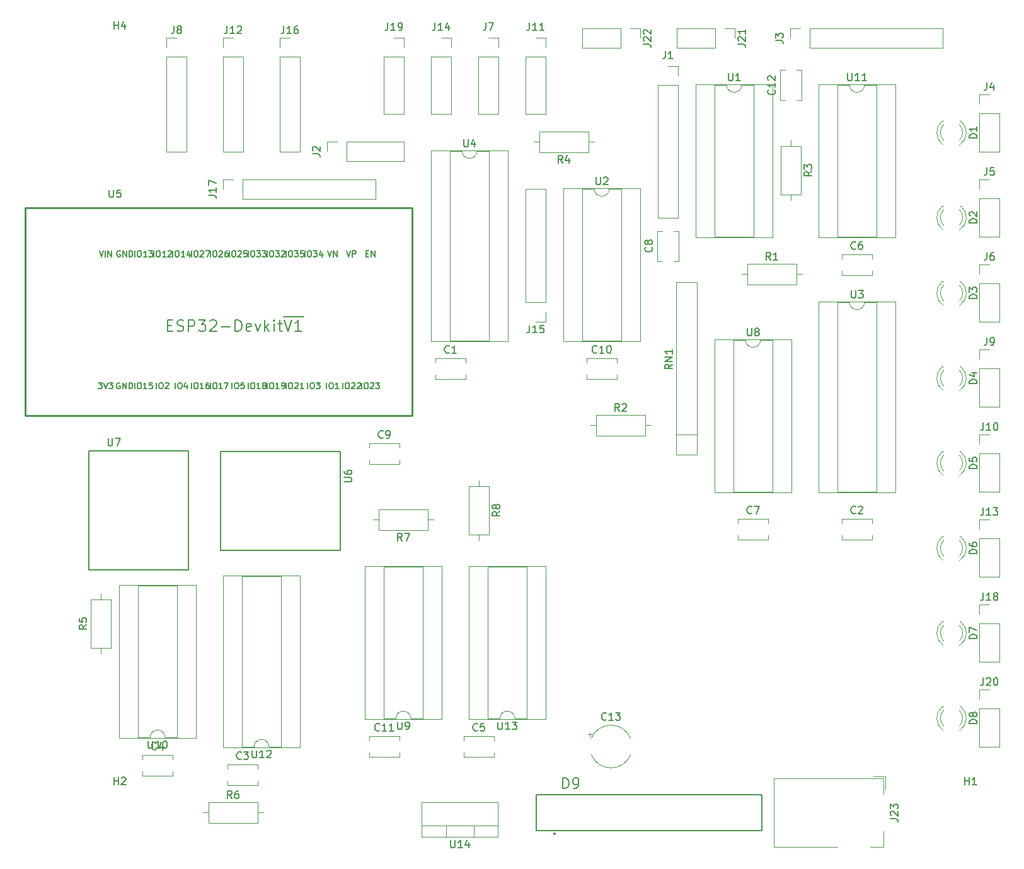
<source format=gbr>
%TF.GenerationSoftware,KiCad,Pcbnew,5.1.12-84ad8e8a86~92~ubuntu20.04.1*%
%TF.CreationDate,2021-11-23T15:55:34+01:00*%
%TF.ProjectId,ESP32wShiftRegisters,45535033-3277-4536-9869-667452656769,rev?*%
%TF.SameCoordinates,Original*%
%TF.FileFunction,Legend,Top*%
%TF.FilePolarity,Positive*%
%FSLAX46Y46*%
G04 Gerber Fmt 4.6, Leading zero omitted, Abs format (unit mm)*
G04 Created by KiCad (PCBNEW 5.1.12-84ad8e8a86~92~ubuntu20.04.1) date 2021-11-23 15:55:34*
%MOMM*%
%LPD*%
G01*
G04 APERTURE LIST*
%ADD10C,0.120000*%
%ADD11C,0.127000*%
%ADD12C,0.254000*%
%ADD13C,0.200000*%
%ADD14C,0.150000*%
G04 APERTURE END LIST*
D10*
%TO.C,J23*%
X121650000Y-117320000D02*
X121650000Y-119420000D01*
X121950000Y-117020000D02*
X120350000Y-117020000D01*
X121950000Y-118720000D02*
X121950000Y-117020000D01*
X121650000Y-126520000D02*
X119850000Y-126520000D01*
X121650000Y-124420000D02*
X121650000Y-126520000D01*
X106950000Y-117320000D02*
X121650000Y-117320000D01*
X106950000Y-126520000D02*
X106950000Y-117320000D01*
X115450000Y-126520000D02*
X106950000Y-126520000D01*
%TO.C,RN1*%
X93850000Y-73830000D02*
X96650000Y-73830000D01*
X96650000Y-73830000D02*
X96650000Y-50630000D01*
X96650000Y-50630000D02*
X93850000Y-50630000D01*
X93850000Y-50630000D02*
X93850000Y-73830000D01*
X93850000Y-71120000D02*
X96650000Y-71120000D01*
%TO.C,D8*%
X132046000Y-107660000D02*
X131890000Y-107660000D01*
X129730000Y-107660000D02*
X129574000Y-107660000D01*
X129730163Y-110261130D02*
G75*
G02*
X129730000Y-108179039I1079837J1041130D01*
G01*
X131889837Y-110261130D02*
G75*
G03*
X131890000Y-108179039I-1079837J1041130D01*
G01*
X129731392Y-110892335D02*
G75*
G02*
X129574484Y-107660000I1078608J1672335D01*
G01*
X131888608Y-110892335D02*
G75*
G03*
X132045516Y-107660000I-1078608J1672335D01*
G01*
%TO.C,D7*%
X132046000Y-96230000D02*
X131890000Y-96230000D01*
X129730000Y-96230000D02*
X129574000Y-96230000D01*
X129730163Y-98831130D02*
G75*
G02*
X129730000Y-96749039I1079837J1041130D01*
G01*
X131889837Y-98831130D02*
G75*
G03*
X131890000Y-96749039I-1079837J1041130D01*
G01*
X129731392Y-99462335D02*
G75*
G02*
X129574484Y-96230000I1078608J1672335D01*
G01*
X131888608Y-99462335D02*
G75*
G03*
X132045516Y-96230000I-1078608J1672335D01*
G01*
%TO.C,D6*%
X132046000Y-84800000D02*
X131890000Y-84800000D01*
X129730000Y-84800000D02*
X129574000Y-84800000D01*
X129730163Y-87401130D02*
G75*
G02*
X129730000Y-85319039I1079837J1041130D01*
G01*
X131889837Y-87401130D02*
G75*
G03*
X131890000Y-85319039I-1079837J1041130D01*
G01*
X129731392Y-88032335D02*
G75*
G02*
X129574484Y-84800000I1078608J1672335D01*
G01*
X131888608Y-88032335D02*
G75*
G03*
X132045516Y-84800000I-1078608J1672335D01*
G01*
%TO.C,D5*%
X132046000Y-73370000D02*
X131890000Y-73370000D01*
X129730000Y-73370000D02*
X129574000Y-73370000D01*
X129730163Y-75971130D02*
G75*
G02*
X129730000Y-73889039I1079837J1041130D01*
G01*
X131889837Y-75971130D02*
G75*
G03*
X131890000Y-73889039I-1079837J1041130D01*
G01*
X129731392Y-76602335D02*
G75*
G02*
X129574484Y-73370000I1078608J1672335D01*
G01*
X131888608Y-76602335D02*
G75*
G03*
X132045516Y-73370000I-1078608J1672335D01*
G01*
%TO.C,D4*%
X132046000Y-61940000D02*
X131890000Y-61940000D01*
X129730000Y-61940000D02*
X129574000Y-61940000D01*
X129730163Y-64541130D02*
G75*
G02*
X129730000Y-62459039I1079837J1041130D01*
G01*
X131889837Y-64541130D02*
G75*
G03*
X131890000Y-62459039I-1079837J1041130D01*
G01*
X129731392Y-65172335D02*
G75*
G02*
X129574484Y-61940000I1078608J1672335D01*
G01*
X131888608Y-65172335D02*
G75*
G03*
X132045516Y-61940000I-1078608J1672335D01*
G01*
%TO.C,D3*%
X132046000Y-50510000D02*
X131890000Y-50510000D01*
X129730000Y-50510000D02*
X129574000Y-50510000D01*
X129730163Y-53111130D02*
G75*
G02*
X129730000Y-51029039I1079837J1041130D01*
G01*
X131889837Y-53111130D02*
G75*
G03*
X131890000Y-51029039I-1079837J1041130D01*
G01*
X129731392Y-53742335D02*
G75*
G02*
X129574484Y-50510000I1078608J1672335D01*
G01*
X131888608Y-53742335D02*
G75*
G03*
X132045516Y-50510000I-1078608J1672335D01*
G01*
%TO.C,D2*%
X132046000Y-40350000D02*
X131890000Y-40350000D01*
X129730000Y-40350000D02*
X129574000Y-40350000D01*
X129730163Y-42951130D02*
G75*
G02*
X129730000Y-40869039I1079837J1041130D01*
G01*
X131889837Y-42951130D02*
G75*
G03*
X131890000Y-40869039I-1079837J1041130D01*
G01*
X129731392Y-43582335D02*
G75*
G02*
X129574484Y-40350000I1078608J1672335D01*
G01*
X131888608Y-43582335D02*
G75*
G03*
X132045516Y-40350000I-1078608J1672335D01*
G01*
%TO.C,D1*%
X132046000Y-28920000D02*
X131890000Y-28920000D01*
X129730000Y-28920000D02*
X129574000Y-28920000D01*
X129730163Y-31521130D02*
G75*
G02*
X129730000Y-29439039I1079837J1041130D01*
G01*
X131889837Y-31521130D02*
G75*
G03*
X131890000Y-29439039I-1079837J1041130D01*
G01*
X129731392Y-32152335D02*
G75*
G02*
X129574484Y-28920000I1078608J1672335D01*
G01*
X131888608Y-32152335D02*
G75*
G03*
X132045516Y-28920000I-1078608J1672335D01*
G01*
%TO.C,U14*%
X69890000Y-125190000D02*
X59650000Y-125190000D01*
X69890000Y-120549000D02*
X59650000Y-120549000D01*
X69890000Y-125190000D02*
X69890000Y-120549000D01*
X59650000Y-125190000D02*
X59650000Y-120549000D01*
X69890000Y-123680000D02*
X59650000Y-123680000D01*
X66620000Y-125190000D02*
X66620000Y-123680000D01*
X62919000Y-125190000D02*
X62919000Y-123680000D01*
%TO.C,U13*%
X72120000Y-109280000D02*
X73770000Y-109280000D01*
X73770000Y-109280000D02*
X73770000Y-88840000D01*
X73770000Y-88840000D02*
X68470000Y-88840000D01*
X68470000Y-88840000D02*
X68470000Y-109280000D01*
X68470000Y-109280000D02*
X70120000Y-109280000D01*
X76260000Y-109340000D02*
X76260000Y-88780000D01*
X76260000Y-88780000D02*
X65980000Y-88780000D01*
X65980000Y-88780000D02*
X65980000Y-109340000D01*
X65980000Y-109340000D02*
X76260000Y-109340000D01*
X70120000Y-109280000D02*
G75*
G02*
X72120000Y-109280000I1000000J0D01*
G01*
%TO.C,U12*%
X39100000Y-113090000D02*
X40750000Y-113090000D01*
X40750000Y-113090000D02*
X40750000Y-90110000D01*
X40750000Y-90110000D02*
X35450000Y-90110000D01*
X35450000Y-90110000D02*
X35450000Y-113090000D01*
X35450000Y-113090000D02*
X37100000Y-113090000D01*
X43240000Y-113150000D02*
X43240000Y-90050000D01*
X43240000Y-90050000D02*
X32960000Y-90050000D01*
X32960000Y-90050000D02*
X32960000Y-113150000D01*
X32960000Y-113150000D02*
X43240000Y-113150000D01*
X37100000Y-113090000D02*
G75*
G02*
X39100000Y-113090000I1000000J0D01*
G01*
%TO.C,U11*%
X117110000Y-24070000D02*
X115460000Y-24070000D01*
X115460000Y-24070000D02*
X115460000Y-44510000D01*
X115460000Y-44510000D02*
X120760000Y-44510000D01*
X120760000Y-44510000D02*
X120760000Y-24070000D01*
X120760000Y-24070000D02*
X119110000Y-24070000D01*
X112970000Y-24010000D02*
X112970000Y-44570000D01*
X112970000Y-44570000D02*
X123250000Y-44570000D01*
X123250000Y-44570000D02*
X123250000Y-24010000D01*
X123250000Y-24010000D02*
X112970000Y-24010000D01*
X119110000Y-24070000D02*
G75*
G02*
X117110000Y-24070000I-1000000J0D01*
G01*
%TO.C,U10*%
X25130000Y-111820000D02*
X26780000Y-111820000D01*
X26780000Y-111820000D02*
X26780000Y-91380000D01*
X26780000Y-91380000D02*
X21480000Y-91380000D01*
X21480000Y-91380000D02*
X21480000Y-111820000D01*
X21480000Y-111820000D02*
X23130000Y-111820000D01*
X29270000Y-111880000D02*
X29270000Y-91320000D01*
X29270000Y-91320000D02*
X18990000Y-91320000D01*
X18990000Y-91320000D02*
X18990000Y-111880000D01*
X18990000Y-111880000D02*
X29270000Y-111880000D01*
X23130000Y-111820000D02*
G75*
G02*
X25130000Y-111820000I1000000J0D01*
G01*
%TO.C,U9*%
X58150000Y-109280000D02*
X59800000Y-109280000D01*
X59800000Y-109280000D02*
X59800000Y-88840000D01*
X59800000Y-88840000D02*
X54500000Y-88840000D01*
X54500000Y-88840000D02*
X54500000Y-109280000D01*
X54500000Y-109280000D02*
X56150000Y-109280000D01*
X62290000Y-109340000D02*
X62290000Y-88780000D01*
X62290000Y-88780000D02*
X52010000Y-88780000D01*
X52010000Y-88780000D02*
X52010000Y-109340000D01*
X52010000Y-109340000D02*
X62290000Y-109340000D01*
X56150000Y-109280000D02*
G75*
G02*
X58150000Y-109280000I1000000J0D01*
G01*
%TO.C,U8*%
X103140000Y-58360000D02*
X101490000Y-58360000D01*
X101490000Y-58360000D02*
X101490000Y-78800000D01*
X101490000Y-78800000D02*
X106790000Y-78800000D01*
X106790000Y-78800000D02*
X106790000Y-58360000D01*
X106790000Y-58360000D02*
X105140000Y-58360000D01*
X99000000Y-58300000D02*
X99000000Y-78860000D01*
X99000000Y-78860000D02*
X109280000Y-78860000D01*
X109280000Y-78860000D02*
X109280000Y-58300000D01*
X109280000Y-58300000D02*
X99000000Y-58300000D01*
X105140000Y-58360000D02*
G75*
G02*
X103140000Y-58360000I-1000000J0D01*
G01*
D11*
%TO.C,U7*%
X28255000Y-73255000D02*
X28255000Y-89305000D01*
X28255000Y-89305000D02*
X14925000Y-89305000D01*
X14925000Y-89305000D02*
X14925000Y-73255000D01*
X14925000Y-73255000D02*
X28255000Y-73255000D01*
%TO.C,U6*%
X48665000Y-86675000D02*
X32615000Y-86675000D01*
X32615000Y-86675000D02*
X32615000Y-73345000D01*
X32615000Y-73345000D02*
X48665000Y-73345000D01*
X48665000Y-73345000D02*
X48665000Y-86675000D01*
D12*
%TO.C,U5*%
X6370000Y-40640000D02*
X58370000Y-40640000D01*
X58370000Y-40640000D02*
X58370000Y-68540000D01*
X58370000Y-68540000D02*
X6370000Y-68540000D01*
X6370000Y-68540000D02*
X6370000Y-40640000D01*
D10*
%TO.C,U4*%
X65040000Y-32960000D02*
X63390000Y-32960000D01*
X63390000Y-32960000D02*
X63390000Y-58480000D01*
X63390000Y-58480000D02*
X68690000Y-58480000D01*
X68690000Y-58480000D02*
X68690000Y-32960000D01*
X68690000Y-32960000D02*
X67040000Y-32960000D01*
X60900000Y-32900000D02*
X60900000Y-58540000D01*
X60900000Y-58540000D02*
X71180000Y-58540000D01*
X71180000Y-58540000D02*
X71180000Y-32900000D01*
X71180000Y-32900000D02*
X60900000Y-32900000D01*
X67040000Y-32960000D02*
G75*
G02*
X65040000Y-32960000I-1000000J0D01*
G01*
%TO.C,U3*%
X117110000Y-53280000D02*
X115460000Y-53280000D01*
X115460000Y-53280000D02*
X115460000Y-78800000D01*
X115460000Y-78800000D02*
X120760000Y-78800000D01*
X120760000Y-78800000D02*
X120760000Y-53280000D01*
X120760000Y-53280000D02*
X119110000Y-53280000D01*
X112970000Y-53220000D02*
X112970000Y-78860000D01*
X112970000Y-78860000D02*
X123250000Y-78860000D01*
X123250000Y-78860000D02*
X123250000Y-53220000D01*
X123250000Y-53220000D02*
X112970000Y-53220000D01*
X119110000Y-53280000D02*
G75*
G02*
X117110000Y-53280000I-1000000J0D01*
G01*
%TO.C,U2*%
X82820000Y-38040000D02*
X81170000Y-38040000D01*
X81170000Y-38040000D02*
X81170000Y-58480000D01*
X81170000Y-58480000D02*
X86470000Y-58480000D01*
X86470000Y-58480000D02*
X86470000Y-38040000D01*
X86470000Y-38040000D02*
X84820000Y-38040000D01*
X78680000Y-37980000D02*
X78680000Y-58540000D01*
X78680000Y-58540000D02*
X88960000Y-58540000D01*
X88960000Y-58540000D02*
X88960000Y-37980000D01*
X88960000Y-37980000D02*
X78680000Y-37980000D01*
X84820000Y-38040000D02*
G75*
G02*
X82820000Y-38040000I-1000000J0D01*
G01*
%TO.C,U1*%
X100600000Y-24070000D02*
X98950000Y-24070000D01*
X98950000Y-24070000D02*
X98950000Y-44510000D01*
X98950000Y-44510000D02*
X104250000Y-44510000D01*
X104250000Y-44510000D02*
X104250000Y-24070000D01*
X104250000Y-24070000D02*
X102600000Y-24070000D01*
X96460000Y-24010000D02*
X96460000Y-44570000D01*
X96460000Y-44570000D02*
X106740000Y-44570000D01*
X106740000Y-44570000D02*
X106740000Y-24010000D01*
X106740000Y-24010000D02*
X96460000Y-24010000D01*
X102600000Y-24070000D02*
G75*
G02*
X100600000Y-24070000I-1000000J0D01*
G01*
%TO.C,R8*%
X68680000Y-78010000D02*
X65940000Y-78010000D01*
X65940000Y-78010000D02*
X65940000Y-84550000D01*
X65940000Y-84550000D02*
X68680000Y-84550000D01*
X68680000Y-84550000D02*
X68680000Y-78010000D01*
X67310000Y-77240000D02*
X67310000Y-78010000D01*
X67310000Y-85320000D02*
X67310000Y-84550000D01*
%TO.C,R7*%
X60420000Y-83920000D02*
X60420000Y-81180000D01*
X60420000Y-81180000D02*
X53880000Y-81180000D01*
X53880000Y-81180000D02*
X53880000Y-83920000D01*
X53880000Y-83920000D02*
X60420000Y-83920000D01*
X61190000Y-82550000D02*
X60420000Y-82550000D01*
X53110000Y-82550000D02*
X53880000Y-82550000D01*
%TO.C,R6*%
X31020000Y-120550000D02*
X31020000Y-123290000D01*
X31020000Y-123290000D02*
X37560000Y-123290000D01*
X37560000Y-123290000D02*
X37560000Y-120550000D01*
X37560000Y-120550000D02*
X31020000Y-120550000D01*
X30250000Y-121920000D02*
X31020000Y-121920000D01*
X38330000Y-121920000D02*
X37560000Y-121920000D01*
%TO.C,R5*%
X15140000Y-99790000D02*
X17880000Y-99790000D01*
X17880000Y-99790000D02*
X17880000Y-93250000D01*
X17880000Y-93250000D02*
X15140000Y-93250000D01*
X15140000Y-93250000D02*
X15140000Y-99790000D01*
X16510000Y-100560000D02*
X16510000Y-99790000D01*
X16510000Y-92480000D02*
X16510000Y-93250000D01*
%TO.C,R4*%
X82010000Y-33120000D02*
X82010000Y-30380000D01*
X82010000Y-30380000D02*
X75470000Y-30380000D01*
X75470000Y-30380000D02*
X75470000Y-33120000D01*
X75470000Y-33120000D02*
X82010000Y-33120000D01*
X82780000Y-31750000D02*
X82010000Y-31750000D01*
X74700000Y-31750000D02*
X75470000Y-31750000D01*
%TO.C,R3*%
X110590000Y-32290000D02*
X107850000Y-32290000D01*
X107850000Y-32290000D02*
X107850000Y-38830000D01*
X107850000Y-38830000D02*
X110590000Y-38830000D01*
X110590000Y-38830000D02*
X110590000Y-32290000D01*
X109220000Y-31520000D02*
X109220000Y-32290000D01*
X109220000Y-39600000D02*
X109220000Y-38830000D01*
%TO.C,R2*%
X83090000Y-68480000D02*
X83090000Y-71220000D01*
X83090000Y-71220000D02*
X89630000Y-71220000D01*
X89630000Y-71220000D02*
X89630000Y-68480000D01*
X89630000Y-68480000D02*
X83090000Y-68480000D01*
X82320000Y-69850000D02*
X83090000Y-69850000D01*
X90400000Y-69850000D02*
X89630000Y-69850000D01*
%TO.C,R1*%
X103410000Y-48160000D02*
X103410000Y-50900000D01*
X103410000Y-50900000D02*
X109950000Y-50900000D01*
X109950000Y-50900000D02*
X109950000Y-48160000D01*
X109950000Y-48160000D02*
X103410000Y-48160000D01*
X102640000Y-49530000D02*
X103410000Y-49530000D01*
X110720000Y-49530000D02*
X109950000Y-49530000D01*
%TO.C,J22*%
X81220000Y-16450000D02*
X81220000Y-19110000D01*
X86360000Y-16450000D02*
X81220000Y-16450000D01*
X86360000Y-19110000D02*
X81220000Y-19110000D01*
X86360000Y-16450000D02*
X86360000Y-19110000D01*
X87630000Y-16450000D02*
X88960000Y-16450000D01*
X88960000Y-16450000D02*
X88960000Y-17780000D01*
%TO.C,J21*%
X93920000Y-16450000D02*
X93920000Y-19110000D01*
X99060000Y-16450000D02*
X93920000Y-16450000D01*
X99060000Y-19110000D02*
X93920000Y-19110000D01*
X99060000Y-16450000D02*
X99060000Y-19110000D01*
X100330000Y-16450000D02*
X101660000Y-16450000D01*
X101660000Y-16450000D02*
X101660000Y-17780000D01*
%TO.C,J20*%
X134560000Y-113090000D02*
X137220000Y-113090000D01*
X134560000Y-107950000D02*
X134560000Y-113090000D01*
X137220000Y-107950000D02*
X137220000Y-113090000D01*
X134560000Y-107950000D02*
X137220000Y-107950000D01*
X134560000Y-106680000D02*
X134560000Y-105350000D01*
X134560000Y-105350000D02*
X135890000Y-105350000D01*
%TO.C,J19*%
X54550000Y-20320000D02*
X57210000Y-20320000D01*
X54550000Y-20320000D02*
X54550000Y-28000000D01*
X54550000Y-28000000D02*
X57210000Y-28000000D01*
X57210000Y-20320000D02*
X57210000Y-28000000D01*
X57210000Y-17720000D02*
X57210000Y-19050000D01*
X55880000Y-17720000D02*
X57210000Y-17720000D01*
%TO.C,J18*%
X134560000Y-101660000D02*
X137220000Y-101660000D01*
X134560000Y-96520000D02*
X134560000Y-101660000D01*
X137220000Y-96520000D02*
X137220000Y-101660000D01*
X134560000Y-96520000D02*
X137220000Y-96520000D01*
X134560000Y-95250000D02*
X134560000Y-93920000D01*
X134560000Y-93920000D02*
X135890000Y-93920000D01*
%TO.C,J17*%
X35560000Y-39430000D02*
X35560000Y-36770000D01*
X35560000Y-39430000D02*
X53400000Y-39430000D01*
X53400000Y-39430000D02*
X53400000Y-36770000D01*
X35560000Y-36770000D02*
X53400000Y-36770000D01*
X32960000Y-36770000D02*
X34290000Y-36770000D01*
X32960000Y-38100000D02*
X32960000Y-36770000D01*
%TO.C,J16*%
X40580000Y-33080000D02*
X43240000Y-33080000D01*
X40580000Y-20320000D02*
X40580000Y-33080000D01*
X43240000Y-20320000D02*
X43240000Y-33080000D01*
X40580000Y-20320000D02*
X43240000Y-20320000D01*
X40580000Y-19050000D02*
X40580000Y-17720000D01*
X40580000Y-17720000D02*
X41910000Y-17720000D01*
%TO.C,J15*%
X76260000Y-38040000D02*
X73600000Y-38040000D01*
X76260000Y-53340000D02*
X76260000Y-38040000D01*
X73600000Y-53340000D02*
X73600000Y-38040000D01*
X76260000Y-53340000D02*
X73600000Y-53340000D01*
X76260000Y-54610000D02*
X76260000Y-55940000D01*
X76260000Y-55940000D02*
X74930000Y-55940000D01*
%TO.C,J14*%
X60900000Y-20320000D02*
X63560000Y-20320000D01*
X60900000Y-20320000D02*
X60900000Y-28000000D01*
X60900000Y-28000000D02*
X63560000Y-28000000D01*
X63560000Y-20320000D02*
X63560000Y-28000000D01*
X63560000Y-17720000D02*
X63560000Y-19050000D01*
X62230000Y-17720000D02*
X63560000Y-17720000D01*
%TO.C,J13*%
X134560000Y-90230000D02*
X137220000Y-90230000D01*
X134560000Y-85090000D02*
X134560000Y-90230000D01*
X137220000Y-85090000D02*
X137220000Y-90230000D01*
X134560000Y-85090000D02*
X137220000Y-85090000D01*
X134560000Y-83820000D02*
X134560000Y-82490000D01*
X134560000Y-82490000D02*
X135890000Y-82490000D01*
%TO.C,J12*%
X32960000Y-33080000D02*
X35620000Y-33080000D01*
X32960000Y-20320000D02*
X32960000Y-33080000D01*
X35620000Y-20320000D02*
X35620000Y-33080000D01*
X32960000Y-20320000D02*
X35620000Y-20320000D01*
X32960000Y-19050000D02*
X32960000Y-17720000D01*
X32960000Y-17720000D02*
X34290000Y-17720000D01*
%TO.C,J11*%
X73600000Y-20320000D02*
X76260000Y-20320000D01*
X73600000Y-20320000D02*
X73600000Y-28000000D01*
X73600000Y-28000000D02*
X76260000Y-28000000D01*
X76260000Y-20320000D02*
X76260000Y-28000000D01*
X76260000Y-17720000D02*
X76260000Y-19050000D01*
X74930000Y-17720000D02*
X76260000Y-17720000D01*
%TO.C,J10*%
X134560000Y-78800000D02*
X137220000Y-78800000D01*
X134560000Y-73660000D02*
X134560000Y-78800000D01*
X137220000Y-73660000D02*
X137220000Y-78800000D01*
X134560000Y-73660000D02*
X137220000Y-73660000D01*
X134560000Y-72390000D02*
X134560000Y-71060000D01*
X134560000Y-71060000D02*
X135890000Y-71060000D01*
%TO.C,J9*%
X134560000Y-67370000D02*
X137220000Y-67370000D01*
X134560000Y-62230000D02*
X134560000Y-67370000D01*
X137220000Y-62230000D02*
X137220000Y-67370000D01*
X134560000Y-62230000D02*
X137220000Y-62230000D01*
X134560000Y-60960000D02*
X134560000Y-59630000D01*
X134560000Y-59630000D02*
X135890000Y-59630000D01*
%TO.C,J8*%
X25340000Y-33080000D02*
X28000000Y-33080000D01*
X25340000Y-20320000D02*
X25340000Y-33080000D01*
X28000000Y-20320000D02*
X28000000Y-33080000D01*
X25340000Y-20320000D02*
X28000000Y-20320000D01*
X25340000Y-19050000D02*
X25340000Y-17720000D01*
X25340000Y-17720000D02*
X26670000Y-17720000D01*
%TO.C,J7*%
X67250000Y-20320000D02*
X69910000Y-20320000D01*
X67250000Y-20320000D02*
X67250000Y-28000000D01*
X67250000Y-28000000D02*
X69910000Y-28000000D01*
X69910000Y-20320000D02*
X69910000Y-28000000D01*
X69910000Y-17720000D02*
X69910000Y-19050000D01*
X68580000Y-17720000D02*
X69910000Y-17720000D01*
%TO.C,J6*%
X134560000Y-55940000D02*
X137220000Y-55940000D01*
X134560000Y-50800000D02*
X134560000Y-55940000D01*
X137220000Y-50800000D02*
X137220000Y-55940000D01*
X134560000Y-50800000D02*
X137220000Y-50800000D01*
X134560000Y-49530000D02*
X134560000Y-48200000D01*
X134560000Y-48200000D02*
X135890000Y-48200000D01*
%TO.C,J5*%
X134560000Y-44510000D02*
X137220000Y-44510000D01*
X134560000Y-39370000D02*
X134560000Y-44510000D01*
X137220000Y-39370000D02*
X137220000Y-44510000D01*
X134560000Y-39370000D02*
X137220000Y-39370000D01*
X134560000Y-38100000D02*
X134560000Y-36770000D01*
X134560000Y-36770000D02*
X135890000Y-36770000D01*
%TO.C,J4*%
X134560000Y-33080000D02*
X137220000Y-33080000D01*
X134560000Y-27940000D02*
X134560000Y-33080000D01*
X137220000Y-27940000D02*
X137220000Y-33080000D01*
X134560000Y-27940000D02*
X137220000Y-27940000D01*
X134560000Y-26670000D02*
X134560000Y-25340000D01*
X134560000Y-25340000D02*
X135890000Y-25340000D01*
%TO.C,J3*%
X111760000Y-19110000D02*
X111760000Y-16450000D01*
X111760000Y-19110000D02*
X129600000Y-19110000D01*
X129600000Y-19110000D02*
X129600000Y-16450000D01*
X111760000Y-16450000D02*
X129600000Y-16450000D01*
X109160000Y-16450000D02*
X110490000Y-16450000D01*
X109160000Y-17780000D02*
X109160000Y-16450000D01*
%TO.C,J2*%
X49530000Y-34350000D02*
X49530000Y-31690000D01*
X49530000Y-34350000D02*
X57210000Y-34350000D01*
X57210000Y-34350000D02*
X57210000Y-31690000D01*
X49530000Y-31690000D02*
X57210000Y-31690000D01*
X46930000Y-31690000D02*
X48260000Y-31690000D01*
X46930000Y-33020000D02*
X46930000Y-31690000D01*
%TO.C,J1*%
X91380000Y-24130000D02*
X94040000Y-24130000D01*
X91380000Y-24130000D02*
X91380000Y-41970000D01*
X91380000Y-41970000D02*
X94040000Y-41970000D01*
X94040000Y-24130000D02*
X94040000Y-41970000D01*
X94040000Y-21530000D02*
X94040000Y-22860000D01*
X92710000Y-21530000D02*
X94040000Y-21530000D01*
D11*
%TO.C,D9*%
X75020000Y-119520000D02*
X75020000Y-124320000D01*
X75020000Y-124320000D02*
X105320000Y-124320000D01*
X105320000Y-124320000D02*
X105320000Y-119520000D01*
X105320000Y-119520000D02*
X75020000Y-119520000D01*
D13*
X77570000Y-124770000D02*
G75*
G03*
X77570000Y-124770000I-100000J0D01*
G01*
D10*
%TO.C,C13*%
X81977738Y-111415000D02*
X82527738Y-111415000D01*
X82252738Y-111140000D02*
X82252738Y-111690000D01*
X87717077Y-114090000D02*
G75*
G02*
X82382923Y-114090000I-2667077J1060000D01*
G01*
X87717077Y-111970000D02*
G75*
G03*
X82382923Y-111970000I-2667077J-1060000D01*
G01*
%TO.C,C12*%
X107800000Y-26130000D02*
X107800000Y-22090000D01*
X110640000Y-26130000D02*
X110640000Y-22090000D01*
X107800000Y-26130000D02*
X108425000Y-26130000D01*
X110015000Y-26130000D02*
X110640000Y-26130000D01*
X107800000Y-22090000D02*
X108425000Y-22090000D01*
X110015000Y-22090000D02*
X110640000Y-22090000D01*
%TO.C,C11*%
X52570000Y-111610000D02*
X56610000Y-111610000D01*
X52570000Y-114450000D02*
X56610000Y-114450000D01*
X52570000Y-111610000D02*
X52570000Y-112235000D01*
X52570000Y-113825000D02*
X52570000Y-114450000D01*
X56610000Y-111610000D02*
X56610000Y-112235000D01*
X56610000Y-113825000D02*
X56610000Y-114450000D01*
%TO.C,C10*%
X81780000Y-60810000D02*
X85820000Y-60810000D01*
X81780000Y-63650000D02*
X85820000Y-63650000D01*
X81780000Y-60810000D02*
X81780000Y-61435000D01*
X81780000Y-63025000D02*
X81780000Y-63650000D01*
X85820000Y-60810000D02*
X85820000Y-61435000D01*
X85820000Y-63025000D02*
X85820000Y-63650000D01*
%TO.C,C9*%
X52570000Y-72240000D02*
X56610000Y-72240000D01*
X52570000Y-75080000D02*
X56610000Y-75080000D01*
X52570000Y-72240000D02*
X52570000Y-72865000D01*
X52570000Y-74455000D02*
X52570000Y-75080000D01*
X56610000Y-72240000D02*
X56610000Y-72865000D01*
X56610000Y-74455000D02*
X56610000Y-75080000D01*
%TO.C,C8*%
X91290000Y-47760000D02*
X91290000Y-43720000D01*
X94130000Y-47760000D02*
X94130000Y-43720000D01*
X91290000Y-47760000D02*
X91915000Y-47760000D01*
X93505000Y-47760000D02*
X94130000Y-47760000D01*
X91290000Y-43720000D02*
X91915000Y-43720000D01*
X93505000Y-43720000D02*
X94130000Y-43720000D01*
%TO.C,C7*%
X102100000Y-82400000D02*
X106140000Y-82400000D01*
X102100000Y-85240000D02*
X106140000Y-85240000D01*
X102100000Y-82400000D02*
X102100000Y-83025000D01*
X102100000Y-84615000D02*
X102100000Y-85240000D01*
X106140000Y-82400000D02*
X106140000Y-83025000D01*
X106140000Y-84615000D02*
X106140000Y-85240000D01*
%TO.C,C6*%
X116070000Y-46840000D02*
X120110000Y-46840000D01*
X116070000Y-49680000D02*
X120110000Y-49680000D01*
X116070000Y-46840000D02*
X116070000Y-47465000D01*
X116070000Y-49055000D02*
X116070000Y-49680000D01*
X120110000Y-46840000D02*
X120110000Y-47465000D01*
X120110000Y-49055000D02*
X120110000Y-49680000D01*
%TO.C,C5*%
X65270000Y-111610000D02*
X69310000Y-111610000D01*
X65270000Y-114450000D02*
X69310000Y-114450000D01*
X65270000Y-111610000D02*
X65270000Y-112235000D01*
X65270000Y-113825000D02*
X65270000Y-114450000D01*
X69310000Y-111610000D02*
X69310000Y-112235000D01*
X69310000Y-113825000D02*
X69310000Y-114450000D01*
%TO.C,C4*%
X22130000Y-114150000D02*
X26170000Y-114150000D01*
X22130000Y-116990000D02*
X26170000Y-116990000D01*
X22130000Y-114150000D02*
X22130000Y-114775000D01*
X22130000Y-116365000D02*
X22130000Y-116990000D01*
X26170000Y-114150000D02*
X26170000Y-114775000D01*
X26170000Y-116365000D02*
X26170000Y-116990000D01*
%TO.C,C3*%
X33520000Y-115420000D02*
X37560000Y-115420000D01*
X33520000Y-118260000D02*
X37560000Y-118260000D01*
X33520000Y-115420000D02*
X33520000Y-116045000D01*
X33520000Y-117635000D02*
X33520000Y-118260000D01*
X37560000Y-115420000D02*
X37560000Y-116045000D01*
X37560000Y-117635000D02*
X37560000Y-118260000D01*
%TO.C,C2*%
X116070000Y-82400000D02*
X120110000Y-82400000D01*
X116070000Y-85240000D02*
X120110000Y-85240000D01*
X116070000Y-82400000D02*
X116070000Y-83025000D01*
X116070000Y-84615000D02*
X116070000Y-85240000D01*
X120110000Y-82400000D02*
X120110000Y-83025000D01*
X120110000Y-84615000D02*
X120110000Y-85240000D01*
%TO.C,C1*%
X61460000Y-60810000D02*
X65500000Y-60810000D01*
X61460000Y-63650000D02*
X65500000Y-63650000D01*
X61460000Y-60810000D02*
X61460000Y-61435000D01*
X61460000Y-63025000D02*
X61460000Y-63650000D01*
X65500000Y-60810000D02*
X65500000Y-61435000D01*
X65500000Y-63025000D02*
X65500000Y-63650000D01*
%TO.C,J23*%
D14*
X122602380Y-122729523D02*
X123316666Y-122729523D01*
X123459523Y-122777142D01*
X123554761Y-122872380D01*
X123602380Y-123015238D01*
X123602380Y-123110476D01*
X122697619Y-122300952D02*
X122650000Y-122253333D01*
X122602380Y-122158095D01*
X122602380Y-121920000D01*
X122650000Y-121824761D01*
X122697619Y-121777142D01*
X122792857Y-121729523D01*
X122888095Y-121729523D01*
X123030952Y-121777142D01*
X123602380Y-122348571D01*
X123602380Y-121729523D01*
X122602380Y-121396190D02*
X122602380Y-120777142D01*
X122983333Y-121110476D01*
X122983333Y-120967619D01*
X123030952Y-120872380D01*
X123078571Y-120824761D01*
X123173809Y-120777142D01*
X123411904Y-120777142D01*
X123507142Y-120824761D01*
X123554761Y-120872380D01*
X123602380Y-120967619D01*
X123602380Y-121253333D01*
X123554761Y-121348571D01*
X123507142Y-121396190D01*
%TO.C,RN1*%
X93302380Y-61650476D02*
X92826190Y-61983809D01*
X93302380Y-62221904D02*
X92302380Y-62221904D01*
X92302380Y-61840952D01*
X92350000Y-61745714D01*
X92397619Y-61698095D01*
X92492857Y-61650476D01*
X92635714Y-61650476D01*
X92730952Y-61698095D01*
X92778571Y-61745714D01*
X92826190Y-61840952D01*
X92826190Y-62221904D01*
X93302380Y-61221904D02*
X92302380Y-61221904D01*
X93302380Y-60650476D01*
X92302380Y-60650476D01*
X93302380Y-59650476D02*
X93302380Y-60221904D01*
X93302380Y-59936190D02*
X92302380Y-59936190D01*
X92445238Y-60031428D01*
X92540476Y-60126666D01*
X92588095Y-60221904D01*
%TO.C,D8*%
X134222380Y-109958095D02*
X133222380Y-109958095D01*
X133222380Y-109720000D01*
X133270000Y-109577142D01*
X133365238Y-109481904D01*
X133460476Y-109434285D01*
X133650952Y-109386666D01*
X133793809Y-109386666D01*
X133984285Y-109434285D01*
X134079523Y-109481904D01*
X134174761Y-109577142D01*
X134222380Y-109720000D01*
X134222380Y-109958095D01*
X133650952Y-108815238D02*
X133603333Y-108910476D01*
X133555714Y-108958095D01*
X133460476Y-109005714D01*
X133412857Y-109005714D01*
X133317619Y-108958095D01*
X133270000Y-108910476D01*
X133222380Y-108815238D01*
X133222380Y-108624761D01*
X133270000Y-108529523D01*
X133317619Y-108481904D01*
X133412857Y-108434285D01*
X133460476Y-108434285D01*
X133555714Y-108481904D01*
X133603333Y-108529523D01*
X133650952Y-108624761D01*
X133650952Y-108815238D01*
X133698571Y-108910476D01*
X133746190Y-108958095D01*
X133841428Y-109005714D01*
X134031904Y-109005714D01*
X134127142Y-108958095D01*
X134174761Y-108910476D01*
X134222380Y-108815238D01*
X134222380Y-108624761D01*
X134174761Y-108529523D01*
X134127142Y-108481904D01*
X134031904Y-108434285D01*
X133841428Y-108434285D01*
X133746190Y-108481904D01*
X133698571Y-108529523D01*
X133650952Y-108624761D01*
%TO.C,D7*%
X134222380Y-98528095D02*
X133222380Y-98528095D01*
X133222380Y-98290000D01*
X133270000Y-98147142D01*
X133365238Y-98051904D01*
X133460476Y-98004285D01*
X133650952Y-97956666D01*
X133793809Y-97956666D01*
X133984285Y-98004285D01*
X134079523Y-98051904D01*
X134174761Y-98147142D01*
X134222380Y-98290000D01*
X134222380Y-98528095D01*
X133222380Y-97623333D02*
X133222380Y-96956666D01*
X134222380Y-97385238D01*
%TO.C,D6*%
X134222380Y-87098095D02*
X133222380Y-87098095D01*
X133222380Y-86860000D01*
X133270000Y-86717142D01*
X133365238Y-86621904D01*
X133460476Y-86574285D01*
X133650952Y-86526666D01*
X133793809Y-86526666D01*
X133984285Y-86574285D01*
X134079523Y-86621904D01*
X134174761Y-86717142D01*
X134222380Y-86860000D01*
X134222380Y-87098095D01*
X133222380Y-85669523D02*
X133222380Y-85860000D01*
X133270000Y-85955238D01*
X133317619Y-86002857D01*
X133460476Y-86098095D01*
X133650952Y-86145714D01*
X134031904Y-86145714D01*
X134127142Y-86098095D01*
X134174761Y-86050476D01*
X134222380Y-85955238D01*
X134222380Y-85764761D01*
X134174761Y-85669523D01*
X134127142Y-85621904D01*
X134031904Y-85574285D01*
X133793809Y-85574285D01*
X133698571Y-85621904D01*
X133650952Y-85669523D01*
X133603333Y-85764761D01*
X133603333Y-85955238D01*
X133650952Y-86050476D01*
X133698571Y-86098095D01*
X133793809Y-86145714D01*
%TO.C,D5*%
X134222380Y-75668095D02*
X133222380Y-75668095D01*
X133222380Y-75430000D01*
X133270000Y-75287142D01*
X133365238Y-75191904D01*
X133460476Y-75144285D01*
X133650952Y-75096666D01*
X133793809Y-75096666D01*
X133984285Y-75144285D01*
X134079523Y-75191904D01*
X134174761Y-75287142D01*
X134222380Y-75430000D01*
X134222380Y-75668095D01*
X133222380Y-74191904D02*
X133222380Y-74668095D01*
X133698571Y-74715714D01*
X133650952Y-74668095D01*
X133603333Y-74572857D01*
X133603333Y-74334761D01*
X133650952Y-74239523D01*
X133698571Y-74191904D01*
X133793809Y-74144285D01*
X134031904Y-74144285D01*
X134127142Y-74191904D01*
X134174761Y-74239523D01*
X134222380Y-74334761D01*
X134222380Y-74572857D01*
X134174761Y-74668095D01*
X134127142Y-74715714D01*
%TO.C,D4*%
X134222380Y-64238095D02*
X133222380Y-64238095D01*
X133222380Y-64000000D01*
X133270000Y-63857142D01*
X133365238Y-63761904D01*
X133460476Y-63714285D01*
X133650952Y-63666666D01*
X133793809Y-63666666D01*
X133984285Y-63714285D01*
X134079523Y-63761904D01*
X134174761Y-63857142D01*
X134222380Y-64000000D01*
X134222380Y-64238095D01*
X133555714Y-62809523D02*
X134222380Y-62809523D01*
X133174761Y-63047619D02*
X133889047Y-63285714D01*
X133889047Y-62666666D01*
%TO.C,D3*%
X134222380Y-52808095D02*
X133222380Y-52808095D01*
X133222380Y-52570000D01*
X133270000Y-52427142D01*
X133365238Y-52331904D01*
X133460476Y-52284285D01*
X133650952Y-52236666D01*
X133793809Y-52236666D01*
X133984285Y-52284285D01*
X134079523Y-52331904D01*
X134174761Y-52427142D01*
X134222380Y-52570000D01*
X134222380Y-52808095D01*
X133222380Y-51903333D02*
X133222380Y-51284285D01*
X133603333Y-51617619D01*
X133603333Y-51474761D01*
X133650952Y-51379523D01*
X133698571Y-51331904D01*
X133793809Y-51284285D01*
X134031904Y-51284285D01*
X134127142Y-51331904D01*
X134174761Y-51379523D01*
X134222380Y-51474761D01*
X134222380Y-51760476D01*
X134174761Y-51855714D01*
X134127142Y-51903333D01*
%TO.C,D2*%
X134222380Y-42648095D02*
X133222380Y-42648095D01*
X133222380Y-42410000D01*
X133270000Y-42267142D01*
X133365238Y-42171904D01*
X133460476Y-42124285D01*
X133650952Y-42076666D01*
X133793809Y-42076666D01*
X133984285Y-42124285D01*
X134079523Y-42171904D01*
X134174761Y-42267142D01*
X134222380Y-42410000D01*
X134222380Y-42648095D01*
X133317619Y-41695714D02*
X133270000Y-41648095D01*
X133222380Y-41552857D01*
X133222380Y-41314761D01*
X133270000Y-41219523D01*
X133317619Y-41171904D01*
X133412857Y-41124285D01*
X133508095Y-41124285D01*
X133650952Y-41171904D01*
X134222380Y-41743333D01*
X134222380Y-41124285D01*
%TO.C,D1*%
X134222380Y-31218095D02*
X133222380Y-31218095D01*
X133222380Y-30980000D01*
X133270000Y-30837142D01*
X133365238Y-30741904D01*
X133460476Y-30694285D01*
X133650952Y-30646666D01*
X133793809Y-30646666D01*
X133984285Y-30694285D01*
X134079523Y-30741904D01*
X134174761Y-30837142D01*
X134222380Y-30980000D01*
X134222380Y-31218095D01*
X134222380Y-29694285D02*
X134222380Y-30265714D01*
X134222380Y-29980000D02*
X133222380Y-29980000D01*
X133365238Y-30075238D01*
X133460476Y-30170476D01*
X133508095Y-30265714D01*
%TO.C,U14*%
X63531904Y-125642380D02*
X63531904Y-126451904D01*
X63579523Y-126547142D01*
X63627142Y-126594761D01*
X63722380Y-126642380D01*
X63912857Y-126642380D01*
X64008095Y-126594761D01*
X64055714Y-126547142D01*
X64103333Y-126451904D01*
X64103333Y-125642380D01*
X65103333Y-126642380D02*
X64531904Y-126642380D01*
X64817619Y-126642380D02*
X64817619Y-125642380D01*
X64722380Y-125785238D01*
X64627142Y-125880476D01*
X64531904Y-125928095D01*
X65960476Y-125975714D02*
X65960476Y-126642380D01*
X65722380Y-125594761D02*
X65484285Y-126309047D01*
X66103333Y-126309047D01*
%TO.C,U13*%
X69881904Y-109732380D02*
X69881904Y-110541904D01*
X69929523Y-110637142D01*
X69977142Y-110684761D01*
X70072380Y-110732380D01*
X70262857Y-110732380D01*
X70358095Y-110684761D01*
X70405714Y-110637142D01*
X70453333Y-110541904D01*
X70453333Y-109732380D01*
X71453333Y-110732380D02*
X70881904Y-110732380D01*
X71167619Y-110732380D02*
X71167619Y-109732380D01*
X71072380Y-109875238D01*
X70977142Y-109970476D01*
X70881904Y-110018095D01*
X71786666Y-109732380D02*
X72405714Y-109732380D01*
X72072380Y-110113333D01*
X72215238Y-110113333D01*
X72310476Y-110160952D01*
X72358095Y-110208571D01*
X72405714Y-110303809D01*
X72405714Y-110541904D01*
X72358095Y-110637142D01*
X72310476Y-110684761D01*
X72215238Y-110732380D01*
X71929523Y-110732380D01*
X71834285Y-110684761D01*
X71786666Y-110637142D01*
%TO.C,U12*%
X36861904Y-113542380D02*
X36861904Y-114351904D01*
X36909523Y-114447142D01*
X36957142Y-114494761D01*
X37052380Y-114542380D01*
X37242857Y-114542380D01*
X37338095Y-114494761D01*
X37385714Y-114447142D01*
X37433333Y-114351904D01*
X37433333Y-113542380D01*
X38433333Y-114542380D02*
X37861904Y-114542380D01*
X38147619Y-114542380D02*
X38147619Y-113542380D01*
X38052380Y-113685238D01*
X37957142Y-113780476D01*
X37861904Y-113828095D01*
X38814285Y-113637619D02*
X38861904Y-113590000D01*
X38957142Y-113542380D01*
X39195238Y-113542380D01*
X39290476Y-113590000D01*
X39338095Y-113637619D01*
X39385714Y-113732857D01*
X39385714Y-113828095D01*
X39338095Y-113970952D01*
X38766666Y-114542380D01*
X39385714Y-114542380D01*
%TO.C,U11*%
X116871904Y-22522380D02*
X116871904Y-23331904D01*
X116919523Y-23427142D01*
X116967142Y-23474761D01*
X117062380Y-23522380D01*
X117252857Y-23522380D01*
X117348095Y-23474761D01*
X117395714Y-23427142D01*
X117443333Y-23331904D01*
X117443333Y-22522380D01*
X118443333Y-23522380D02*
X117871904Y-23522380D01*
X118157619Y-23522380D02*
X118157619Y-22522380D01*
X118062380Y-22665238D01*
X117967142Y-22760476D01*
X117871904Y-22808095D01*
X119395714Y-23522380D02*
X118824285Y-23522380D01*
X119110000Y-23522380D02*
X119110000Y-22522380D01*
X119014761Y-22665238D01*
X118919523Y-22760476D01*
X118824285Y-22808095D01*
%TO.C,U10*%
X22891904Y-112272380D02*
X22891904Y-113081904D01*
X22939523Y-113177142D01*
X22987142Y-113224761D01*
X23082380Y-113272380D01*
X23272857Y-113272380D01*
X23368095Y-113224761D01*
X23415714Y-113177142D01*
X23463333Y-113081904D01*
X23463333Y-112272380D01*
X24463333Y-113272380D02*
X23891904Y-113272380D01*
X24177619Y-113272380D02*
X24177619Y-112272380D01*
X24082380Y-112415238D01*
X23987142Y-112510476D01*
X23891904Y-112558095D01*
X25082380Y-112272380D02*
X25177619Y-112272380D01*
X25272857Y-112320000D01*
X25320476Y-112367619D01*
X25368095Y-112462857D01*
X25415714Y-112653333D01*
X25415714Y-112891428D01*
X25368095Y-113081904D01*
X25320476Y-113177142D01*
X25272857Y-113224761D01*
X25177619Y-113272380D01*
X25082380Y-113272380D01*
X24987142Y-113224761D01*
X24939523Y-113177142D01*
X24891904Y-113081904D01*
X24844285Y-112891428D01*
X24844285Y-112653333D01*
X24891904Y-112462857D01*
X24939523Y-112367619D01*
X24987142Y-112320000D01*
X25082380Y-112272380D01*
%TO.C,U9*%
X56388095Y-109732380D02*
X56388095Y-110541904D01*
X56435714Y-110637142D01*
X56483333Y-110684761D01*
X56578571Y-110732380D01*
X56769047Y-110732380D01*
X56864285Y-110684761D01*
X56911904Y-110637142D01*
X56959523Y-110541904D01*
X56959523Y-109732380D01*
X57483333Y-110732380D02*
X57673809Y-110732380D01*
X57769047Y-110684761D01*
X57816666Y-110637142D01*
X57911904Y-110494285D01*
X57959523Y-110303809D01*
X57959523Y-109922857D01*
X57911904Y-109827619D01*
X57864285Y-109780000D01*
X57769047Y-109732380D01*
X57578571Y-109732380D01*
X57483333Y-109780000D01*
X57435714Y-109827619D01*
X57388095Y-109922857D01*
X57388095Y-110160952D01*
X57435714Y-110256190D01*
X57483333Y-110303809D01*
X57578571Y-110351428D01*
X57769047Y-110351428D01*
X57864285Y-110303809D01*
X57911904Y-110256190D01*
X57959523Y-110160952D01*
%TO.C,U8*%
X103378095Y-56812380D02*
X103378095Y-57621904D01*
X103425714Y-57717142D01*
X103473333Y-57764761D01*
X103568571Y-57812380D01*
X103759047Y-57812380D01*
X103854285Y-57764761D01*
X103901904Y-57717142D01*
X103949523Y-57621904D01*
X103949523Y-56812380D01*
X104568571Y-57240952D02*
X104473333Y-57193333D01*
X104425714Y-57145714D01*
X104378095Y-57050476D01*
X104378095Y-57002857D01*
X104425714Y-56907619D01*
X104473333Y-56860000D01*
X104568571Y-56812380D01*
X104759047Y-56812380D01*
X104854285Y-56860000D01*
X104901904Y-56907619D01*
X104949523Y-57002857D01*
X104949523Y-57050476D01*
X104901904Y-57145714D01*
X104854285Y-57193333D01*
X104759047Y-57240952D01*
X104568571Y-57240952D01*
X104473333Y-57288571D01*
X104425714Y-57336190D01*
X104378095Y-57431428D01*
X104378095Y-57621904D01*
X104425714Y-57717142D01*
X104473333Y-57764761D01*
X104568571Y-57812380D01*
X104759047Y-57812380D01*
X104854285Y-57764761D01*
X104901904Y-57717142D01*
X104949523Y-57621904D01*
X104949523Y-57431428D01*
X104901904Y-57336190D01*
X104854285Y-57288571D01*
X104759047Y-57240952D01*
%TO.C,U7*%
X17503095Y-71597380D02*
X17503095Y-72406904D01*
X17550714Y-72502142D01*
X17598333Y-72549761D01*
X17693571Y-72597380D01*
X17884047Y-72597380D01*
X17979285Y-72549761D01*
X18026904Y-72502142D01*
X18074523Y-72406904D01*
X18074523Y-71597380D01*
X18455476Y-71597380D02*
X19122142Y-71597380D01*
X18693571Y-72597380D01*
%TO.C,U6*%
X49227380Y-77446904D02*
X50036904Y-77446904D01*
X50132142Y-77399285D01*
X50179761Y-77351666D01*
X50227380Y-77256428D01*
X50227380Y-77065952D01*
X50179761Y-76970714D01*
X50132142Y-76923095D01*
X50036904Y-76875476D01*
X49227380Y-76875476D01*
X49227380Y-75970714D02*
X49227380Y-76161190D01*
X49275000Y-76256428D01*
X49322619Y-76304047D01*
X49465476Y-76399285D01*
X49655952Y-76446904D01*
X50036904Y-76446904D01*
X50132142Y-76399285D01*
X50179761Y-76351666D01*
X50227380Y-76256428D01*
X50227380Y-76065952D01*
X50179761Y-75970714D01*
X50132142Y-75923095D01*
X50036904Y-75875476D01*
X49798809Y-75875476D01*
X49703571Y-75923095D01*
X49655952Y-75970714D01*
X49608333Y-76065952D01*
X49608333Y-76256428D01*
X49655952Y-76351666D01*
X49703571Y-76399285D01*
X49798809Y-76446904D01*
%TO.C,U5*%
X17653095Y-38187380D02*
X17653095Y-38996904D01*
X17700714Y-39092142D01*
X17748333Y-39139761D01*
X17843571Y-39187380D01*
X18034047Y-39187380D01*
X18129285Y-39139761D01*
X18176904Y-39092142D01*
X18224523Y-38996904D01*
X18224523Y-38187380D01*
X19176904Y-38187380D02*
X18700714Y-38187380D01*
X18653095Y-38663571D01*
X18700714Y-38615952D01*
X18795952Y-38568333D01*
X19034047Y-38568333D01*
X19129285Y-38615952D01*
X19176904Y-38663571D01*
X19224523Y-38758809D01*
X19224523Y-38996904D01*
X19176904Y-39092142D01*
X19129285Y-39139761D01*
X19034047Y-39187380D01*
X18795952Y-39187380D01*
X18700714Y-39139761D01*
X18653095Y-39092142D01*
X25464761Y-56411428D02*
X25971428Y-56411428D01*
X26188571Y-57207619D02*
X25464761Y-57207619D01*
X25464761Y-55687619D01*
X26188571Y-55687619D01*
X26767619Y-57135238D02*
X26984761Y-57207619D01*
X27346666Y-57207619D01*
X27491428Y-57135238D01*
X27563809Y-57062857D01*
X27636190Y-56918095D01*
X27636190Y-56773333D01*
X27563809Y-56628571D01*
X27491428Y-56556190D01*
X27346666Y-56483809D01*
X27057142Y-56411428D01*
X26912380Y-56339047D01*
X26840000Y-56266666D01*
X26767619Y-56121904D01*
X26767619Y-55977142D01*
X26840000Y-55832380D01*
X26912380Y-55760000D01*
X27057142Y-55687619D01*
X27419047Y-55687619D01*
X27636190Y-55760000D01*
X28287619Y-57207619D02*
X28287619Y-55687619D01*
X28866666Y-55687619D01*
X29011428Y-55760000D01*
X29083809Y-55832380D01*
X29156190Y-55977142D01*
X29156190Y-56194285D01*
X29083809Y-56339047D01*
X29011428Y-56411428D01*
X28866666Y-56483809D01*
X28287619Y-56483809D01*
X29662857Y-55687619D02*
X30603809Y-55687619D01*
X30097142Y-56266666D01*
X30314285Y-56266666D01*
X30459047Y-56339047D01*
X30531428Y-56411428D01*
X30603809Y-56556190D01*
X30603809Y-56918095D01*
X30531428Y-57062857D01*
X30459047Y-57135238D01*
X30314285Y-57207619D01*
X29880000Y-57207619D01*
X29735238Y-57135238D01*
X29662857Y-57062857D01*
X31182857Y-55832380D02*
X31255238Y-55760000D01*
X31400000Y-55687619D01*
X31761904Y-55687619D01*
X31906666Y-55760000D01*
X31979047Y-55832380D01*
X32051428Y-55977142D01*
X32051428Y-56121904D01*
X31979047Y-56339047D01*
X31110476Y-57207619D01*
X32051428Y-57207619D01*
X32702857Y-56628571D02*
X33860952Y-56628571D01*
X34584761Y-57207619D02*
X34584761Y-55687619D01*
X34946666Y-55687619D01*
X35163809Y-55760000D01*
X35308571Y-55904761D01*
X35380952Y-56049523D01*
X35453333Y-56339047D01*
X35453333Y-56556190D01*
X35380952Y-56845714D01*
X35308571Y-56990476D01*
X35163809Y-57135238D01*
X34946666Y-57207619D01*
X34584761Y-57207619D01*
X36683809Y-57135238D02*
X36539047Y-57207619D01*
X36249523Y-57207619D01*
X36104761Y-57135238D01*
X36032380Y-56990476D01*
X36032380Y-56411428D01*
X36104761Y-56266666D01*
X36249523Y-56194285D01*
X36539047Y-56194285D01*
X36683809Y-56266666D01*
X36756190Y-56411428D01*
X36756190Y-56556190D01*
X36032380Y-56700952D01*
X37262857Y-56194285D02*
X37624761Y-57207619D01*
X37986666Y-56194285D01*
X38565714Y-57207619D02*
X38565714Y-55687619D01*
X38710476Y-56628571D02*
X39144761Y-57207619D01*
X39144761Y-56194285D02*
X38565714Y-56773333D01*
X39796190Y-57207619D02*
X39796190Y-56194285D01*
X39796190Y-55687619D02*
X39723809Y-55760000D01*
X39796190Y-55832380D01*
X39868571Y-55760000D01*
X39796190Y-55687619D01*
X39796190Y-55832380D01*
X40302857Y-56194285D02*
X40881904Y-56194285D01*
X40520000Y-55687619D02*
X40520000Y-56990476D01*
X40592380Y-57135238D01*
X40737142Y-57207619D01*
X40881904Y-57207619D01*
X41026666Y-55230600D02*
X42329523Y-55230600D01*
X41171428Y-55687619D02*
X41678095Y-57207619D01*
X42184761Y-55687619D01*
X42329523Y-55230600D02*
X43777142Y-55230600D01*
X43487619Y-57207619D02*
X42619047Y-57207619D01*
X43053333Y-57207619D02*
X43053333Y-55687619D01*
X42908571Y-55904761D01*
X42763809Y-56049523D01*
X42619047Y-56121904D01*
X52149523Y-46762857D02*
X52416190Y-46762857D01*
X52530476Y-47181904D02*
X52149523Y-47181904D01*
X52149523Y-46381904D01*
X52530476Y-46381904D01*
X52873333Y-47181904D02*
X52873333Y-46381904D01*
X53330476Y-47181904D01*
X53330476Y-46381904D01*
X49533333Y-46381904D02*
X49800000Y-47181904D01*
X50066666Y-46381904D01*
X50333333Y-47181904D02*
X50333333Y-46381904D01*
X50638095Y-46381904D01*
X50714285Y-46420000D01*
X50752380Y-46458095D01*
X50790476Y-46534285D01*
X50790476Y-46648571D01*
X50752380Y-46724761D01*
X50714285Y-46762857D01*
X50638095Y-46800952D01*
X50333333Y-46800952D01*
X46974285Y-46381904D02*
X47240952Y-47181904D01*
X47507619Y-46381904D01*
X47774285Y-47181904D02*
X47774285Y-46381904D01*
X48231428Y-47181904D01*
X48231428Y-46381904D01*
X43939047Y-47181904D02*
X43939047Y-46381904D01*
X44472380Y-46381904D02*
X44624761Y-46381904D01*
X44700952Y-46420000D01*
X44777142Y-46496190D01*
X44815238Y-46648571D01*
X44815238Y-46915238D01*
X44777142Y-47067619D01*
X44700952Y-47143809D01*
X44624761Y-47181904D01*
X44472380Y-47181904D01*
X44396190Y-47143809D01*
X44320000Y-47067619D01*
X44281904Y-46915238D01*
X44281904Y-46648571D01*
X44320000Y-46496190D01*
X44396190Y-46420000D01*
X44472380Y-46381904D01*
X45081904Y-46381904D02*
X45577142Y-46381904D01*
X45310476Y-46686666D01*
X45424761Y-46686666D01*
X45500952Y-46724761D01*
X45539047Y-46762857D01*
X45577142Y-46839047D01*
X45577142Y-47029523D01*
X45539047Y-47105714D01*
X45500952Y-47143809D01*
X45424761Y-47181904D01*
X45196190Y-47181904D01*
X45120000Y-47143809D01*
X45081904Y-47105714D01*
X46262857Y-46648571D02*
X46262857Y-47181904D01*
X46072380Y-46343809D02*
X45881904Y-46915238D01*
X46377142Y-46915238D01*
X41399047Y-47181904D02*
X41399047Y-46381904D01*
X41932380Y-46381904D02*
X42084761Y-46381904D01*
X42160952Y-46420000D01*
X42237142Y-46496190D01*
X42275238Y-46648571D01*
X42275238Y-46915238D01*
X42237142Y-47067619D01*
X42160952Y-47143809D01*
X42084761Y-47181904D01*
X41932380Y-47181904D01*
X41856190Y-47143809D01*
X41780000Y-47067619D01*
X41741904Y-46915238D01*
X41741904Y-46648571D01*
X41780000Y-46496190D01*
X41856190Y-46420000D01*
X41932380Y-46381904D01*
X42541904Y-46381904D02*
X43037142Y-46381904D01*
X42770476Y-46686666D01*
X42884761Y-46686666D01*
X42960952Y-46724761D01*
X42999047Y-46762857D01*
X43037142Y-46839047D01*
X43037142Y-47029523D01*
X42999047Y-47105714D01*
X42960952Y-47143809D01*
X42884761Y-47181904D01*
X42656190Y-47181904D01*
X42580000Y-47143809D01*
X42541904Y-47105714D01*
X43760952Y-46381904D02*
X43380000Y-46381904D01*
X43341904Y-46762857D01*
X43380000Y-46724761D01*
X43456190Y-46686666D01*
X43646666Y-46686666D01*
X43722857Y-46724761D01*
X43760952Y-46762857D01*
X43799047Y-46839047D01*
X43799047Y-47029523D01*
X43760952Y-47105714D01*
X43722857Y-47143809D01*
X43646666Y-47181904D01*
X43456190Y-47181904D01*
X43380000Y-47143809D01*
X43341904Y-47105714D01*
X38859047Y-47181904D02*
X38859047Y-46381904D01*
X39392380Y-46381904D02*
X39544761Y-46381904D01*
X39620952Y-46420000D01*
X39697142Y-46496190D01*
X39735238Y-46648571D01*
X39735238Y-46915238D01*
X39697142Y-47067619D01*
X39620952Y-47143809D01*
X39544761Y-47181904D01*
X39392380Y-47181904D01*
X39316190Y-47143809D01*
X39240000Y-47067619D01*
X39201904Y-46915238D01*
X39201904Y-46648571D01*
X39240000Y-46496190D01*
X39316190Y-46420000D01*
X39392380Y-46381904D01*
X40001904Y-46381904D02*
X40497142Y-46381904D01*
X40230476Y-46686666D01*
X40344761Y-46686666D01*
X40420952Y-46724761D01*
X40459047Y-46762857D01*
X40497142Y-46839047D01*
X40497142Y-47029523D01*
X40459047Y-47105714D01*
X40420952Y-47143809D01*
X40344761Y-47181904D01*
X40116190Y-47181904D01*
X40040000Y-47143809D01*
X40001904Y-47105714D01*
X40801904Y-46458095D02*
X40840000Y-46420000D01*
X40916190Y-46381904D01*
X41106666Y-46381904D01*
X41182857Y-46420000D01*
X41220952Y-46458095D01*
X41259047Y-46534285D01*
X41259047Y-46610476D01*
X41220952Y-46724761D01*
X40763809Y-47181904D01*
X41259047Y-47181904D01*
X36319047Y-47181904D02*
X36319047Y-46381904D01*
X36852380Y-46381904D02*
X37004761Y-46381904D01*
X37080952Y-46420000D01*
X37157142Y-46496190D01*
X37195238Y-46648571D01*
X37195238Y-46915238D01*
X37157142Y-47067619D01*
X37080952Y-47143809D01*
X37004761Y-47181904D01*
X36852380Y-47181904D01*
X36776190Y-47143809D01*
X36700000Y-47067619D01*
X36661904Y-46915238D01*
X36661904Y-46648571D01*
X36700000Y-46496190D01*
X36776190Y-46420000D01*
X36852380Y-46381904D01*
X37461904Y-46381904D02*
X37957142Y-46381904D01*
X37690476Y-46686666D01*
X37804761Y-46686666D01*
X37880952Y-46724761D01*
X37919047Y-46762857D01*
X37957142Y-46839047D01*
X37957142Y-47029523D01*
X37919047Y-47105714D01*
X37880952Y-47143809D01*
X37804761Y-47181904D01*
X37576190Y-47181904D01*
X37500000Y-47143809D01*
X37461904Y-47105714D01*
X38223809Y-46381904D02*
X38719047Y-46381904D01*
X38452380Y-46686666D01*
X38566666Y-46686666D01*
X38642857Y-46724761D01*
X38680952Y-46762857D01*
X38719047Y-46839047D01*
X38719047Y-47029523D01*
X38680952Y-47105714D01*
X38642857Y-47143809D01*
X38566666Y-47181904D01*
X38338095Y-47181904D01*
X38261904Y-47143809D01*
X38223809Y-47105714D01*
X33779047Y-47181904D02*
X33779047Y-46381904D01*
X34312380Y-46381904D02*
X34464761Y-46381904D01*
X34540952Y-46420000D01*
X34617142Y-46496190D01*
X34655238Y-46648571D01*
X34655238Y-46915238D01*
X34617142Y-47067619D01*
X34540952Y-47143809D01*
X34464761Y-47181904D01*
X34312380Y-47181904D01*
X34236190Y-47143809D01*
X34160000Y-47067619D01*
X34121904Y-46915238D01*
X34121904Y-46648571D01*
X34160000Y-46496190D01*
X34236190Y-46420000D01*
X34312380Y-46381904D01*
X34960000Y-46458095D02*
X34998095Y-46420000D01*
X35074285Y-46381904D01*
X35264761Y-46381904D01*
X35340952Y-46420000D01*
X35379047Y-46458095D01*
X35417142Y-46534285D01*
X35417142Y-46610476D01*
X35379047Y-46724761D01*
X34921904Y-47181904D01*
X35417142Y-47181904D01*
X36140952Y-46381904D02*
X35760000Y-46381904D01*
X35721904Y-46762857D01*
X35760000Y-46724761D01*
X35836190Y-46686666D01*
X36026666Y-46686666D01*
X36102857Y-46724761D01*
X36140952Y-46762857D01*
X36179047Y-46839047D01*
X36179047Y-47029523D01*
X36140952Y-47105714D01*
X36102857Y-47143809D01*
X36026666Y-47181904D01*
X35836190Y-47181904D01*
X35760000Y-47143809D01*
X35721904Y-47105714D01*
X31239047Y-47181904D02*
X31239047Y-46381904D01*
X31772380Y-46381904D02*
X31924761Y-46381904D01*
X32000952Y-46420000D01*
X32077142Y-46496190D01*
X32115238Y-46648571D01*
X32115238Y-46915238D01*
X32077142Y-47067619D01*
X32000952Y-47143809D01*
X31924761Y-47181904D01*
X31772380Y-47181904D01*
X31696190Y-47143809D01*
X31620000Y-47067619D01*
X31581904Y-46915238D01*
X31581904Y-46648571D01*
X31620000Y-46496190D01*
X31696190Y-46420000D01*
X31772380Y-46381904D01*
X32420000Y-46458095D02*
X32458095Y-46420000D01*
X32534285Y-46381904D01*
X32724761Y-46381904D01*
X32800952Y-46420000D01*
X32839047Y-46458095D01*
X32877142Y-46534285D01*
X32877142Y-46610476D01*
X32839047Y-46724761D01*
X32381904Y-47181904D01*
X32877142Y-47181904D01*
X33562857Y-46381904D02*
X33410476Y-46381904D01*
X33334285Y-46420000D01*
X33296190Y-46458095D01*
X33220000Y-46572380D01*
X33181904Y-46724761D01*
X33181904Y-47029523D01*
X33220000Y-47105714D01*
X33258095Y-47143809D01*
X33334285Y-47181904D01*
X33486666Y-47181904D01*
X33562857Y-47143809D01*
X33600952Y-47105714D01*
X33639047Y-47029523D01*
X33639047Y-46839047D01*
X33600952Y-46762857D01*
X33562857Y-46724761D01*
X33486666Y-46686666D01*
X33334285Y-46686666D01*
X33258095Y-46724761D01*
X33220000Y-46762857D01*
X33181904Y-46839047D01*
X28699047Y-47181904D02*
X28699047Y-46381904D01*
X29232380Y-46381904D02*
X29384761Y-46381904D01*
X29460952Y-46420000D01*
X29537142Y-46496190D01*
X29575238Y-46648571D01*
X29575238Y-46915238D01*
X29537142Y-47067619D01*
X29460952Y-47143809D01*
X29384761Y-47181904D01*
X29232380Y-47181904D01*
X29156190Y-47143809D01*
X29080000Y-47067619D01*
X29041904Y-46915238D01*
X29041904Y-46648571D01*
X29080000Y-46496190D01*
X29156190Y-46420000D01*
X29232380Y-46381904D01*
X29880000Y-46458095D02*
X29918095Y-46420000D01*
X29994285Y-46381904D01*
X30184761Y-46381904D01*
X30260952Y-46420000D01*
X30299047Y-46458095D01*
X30337142Y-46534285D01*
X30337142Y-46610476D01*
X30299047Y-46724761D01*
X29841904Y-47181904D01*
X30337142Y-47181904D01*
X30603809Y-46381904D02*
X31137142Y-46381904D01*
X30794285Y-47181904D01*
X26159047Y-47181904D02*
X26159047Y-46381904D01*
X26692380Y-46381904D02*
X26844761Y-46381904D01*
X26920952Y-46420000D01*
X26997142Y-46496190D01*
X27035238Y-46648571D01*
X27035238Y-46915238D01*
X26997142Y-47067619D01*
X26920952Y-47143809D01*
X26844761Y-47181904D01*
X26692380Y-47181904D01*
X26616190Y-47143809D01*
X26540000Y-47067619D01*
X26501904Y-46915238D01*
X26501904Y-46648571D01*
X26540000Y-46496190D01*
X26616190Y-46420000D01*
X26692380Y-46381904D01*
X27797142Y-47181904D02*
X27340000Y-47181904D01*
X27568571Y-47181904D02*
X27568571Y-46381904D01*
X27492380Y-46496190D01*
X27416190Y-46572380D01*
X27340000Y-46610476D01*
X28482857Y-46648571D02*
X28482857Y-47181904D01*
X28292380Y-46343809D02*
X28101904Y-46915238D01*
X28597142Y-46915238D01*
X23619047Y-47181904D02*
X23619047Y-46381904D01*
X24152380Y-46381904D02*
X24304761Y-46381904D01*
X24380952Y-46420000D01*
X24457142Y-46496190D01*
X24495238Y-46648571D01*
X24495238Y-46915238D01*
X24457142Y-47067619D01*
X24380952Y-47143809D01*
X24304761Y-47181904D01*
X24152380Y-47181904D01*
X24076190Y-47143809D01*
X24000000Y-47067619D01*
X23961904Y-46915238D01*
X23961904Y-46648571D01*
X24000000Y-46496190D01*
X24076190Y-46420000D01*
X24152380Y-46381904D01*
X25257142Y-47181904D02*
X24800000Y-47181904D01*
X25028571Y-47181904D02*
X25028571Y-46381904D01*
X24952380Y-46496190D01*
X24876190Y-46572380D01*
X24800000Y-46610476D01*
X25561904Y-46458095D02*
X25600000Y-46420000D01*
X25676190Y-46381904D01*
X25866666Y-46381904D01*
X25942857Y-46420000D01*
X25980952Y-46458095D01*
X26019047Y-46534285D01*
X26019047Y-46610476D01*
X25980952Y-46724761D01*
X25523809Y-47181904D01*
X26019047Y-47181904D01*
X21079047Y-47181904D02*
X21079047Y-46381904D01*
X21612380Y-46381904D02*
X21764761Y-46381904D01*
X21840952Y-46420000D01*
X21917142Y-46496190D01*
X21955238Y-46648571D01*
X21955238Y-46915238D01*
X21917142Y-47067619D01*
X21840952Y-47143809D01*
X21764761Y-47181904D01*
X21612380Y-47181904D01*
X21536190Y-47143809D01*
X21460000Y-47067619D01*
X21421904Y-46915238D01*
X21421904Y-46648571D01*
X21460000Y-46496190D01*
X21536190Y-46420000D01*
X21612380Y-46381904D01*
X22717142Y-47181904D02*
X22260000Y-47181904D01*
X22488571Y-47181904D02*
X22488571Y-46381904D01*
X22412380Y-46496190D01*
X22336190Y-46572380D01*
X22260000Y-46610476D01*
X22983809Y-46381904D02*
X23479047Y-46381904D01*
X23212380Y-46686666D01*
X23326666Y-46686666D01*
X23402857Y-46724761D01*
X23440952Y-46762857D01*
X23479047Y-46839047D01*
X23479047Y-47029523D01*
X23440952Y-47105714D01*
X23402857Y-47143809D01*
X23326666Y-47181904D01*
X23098095Y-47181904D01*
X23021904Y-47143809D01*
X22983809Y-47105714D01*
X19110476Y-46420000D02*
X19034285Y-46381904D01*
X18920000Y-46381904D01*
X18805714Y-46420000D01*
X18729523Y-46496190D01*
X18691428Y-46572380D01*
X18653333Y-46724761D01*
X18653333Y-46839047D01*
X18691428Y-46991428D01*
X18729523Y-47067619D01*
X18805714Y-47143809D01*
X18920000Y-47181904D01*
X18996190Y-47181904D01*
X19110476Y-47143809D01*
X19148571Y-47105714D01*
X19148571Y-46839047D01*
X18996190Y-46839047D01*
X19491428Y-47181904D02*
X19491428Y-46381904D01*
X19948571Y-47181904D01*
X19948571Y-46381904D01*
X20329523Y-47181904D02*
X20329523Y-46381904D01*
X20520000Y-46381904D01*
X20634285Y-46420000D01*
X20710476Y-46496190D01*
X20748571Y-46572380D01*
X20786666Y-46724761D01*
X20786666Y-46839047D01*
X20748571Y-46991428D01*
X20710476Y-47067619D01*
X20634285Y-47143809D01*
X20520000Y-47181904D01*
X20329523Y-47181904D01*
X16303809Y-46381904D02*
X16570476Y-47181904D01*
X16837142Y-46381904D01*
X17103809Y-47181904D02*
X17103809Y-46381904D01*
X17484761Y-47181904D02*
X17484761Y-46381904D01*
X17941904Y-47181904D01*
X17941904Y-46381904D01*
X51539047Y-64901904D02*
X51539047Y-64101904D01*
X52072380Y-64101904D02*
X52224761Y-64101904D01*
X52300952Y-64140000D01*
X52377142Y-64216190D01*
X52415238Y-64368571D01*
X52415238Y-64635238D01*
X52377142Y-64787619D01*
X52300952Y-64863809D01*
X52224761Y-64901904D01*
X52072380Y-64901904D01*
X51996190Y-64863809D01*
X51920000Y-64787619D01*
X51881904Y-64635238D01*
X51881904Y-64368571D01*
X51920000Y-64216190D01*
X51996190Y-64140000D01*
X52072380Y-64101904D01*
X52720000Y-64178095D02*
X52758095Y-64140000D01*
X52834285Y-64101904D01*
X53024761Y-64101904D01*
X53100952Y-64140000D01*
X53139047Y-64178095D01*
X53177142Y-64254285D01*
X53177142Y-64330476D01*
X53139047Y-64444761D01*
X52681904Y-64901904D01*
X53177142Y-64901904D01*
X53443809Y-64101904D02*
X53939047Y-64101904D01*
X53672380Y-64406666D01*
X53786666Y-64406666D01*
X53862857Y-64444761D01*
X53900952Y-64482857D01*
X53939047Y-64559047D01*
X53939047Y-64749523D01*
X53900952Y-64825714D01*
X53862857Y-64863809D01*
X53786666Y-64901904D01*
X53558095Y-64901904D01*
X53481904Y-64863809D01*
X53443809Y-64825714D01*
X48999047Y-64901904D02*
X48999047Y-64101904D01*
X49532380Y-64101904D02*
X49684761Y-64101904D01*
X49760952Y-64140000D01*
X49837142Y-64216190D01*
X49875238Y-64368571D01*
X49875238Y-64635238D01*
X49837142Y-64787619D01*
X49760952Y-64863809D01*
X49684761Y-64901904D01*
X49532380Y-64901904D01*
X49456190Y-64863809D01*
X49380000Y-64787619D01*
X49341904Y-64635238D01*
X49341904Y-64368571D01*
X49380000Y-64216190D01*
X49456190Y-64140000D01*
X49532380Y-64101904D01*
X50180000Y-64178095D02*
X50218095Y-64140000D01*
X50294285Y-64101904D01*
X50484761Y-64101904D01*
X50560952Y-64140000D01*
X50599047Y-64178095D01*
X50637142Y-64254285D01*
X50637142Y-64330476D01*
X50599047Y-64444761D01*
X50141904Y-64901904D01*
X50637142Y-64901904D01*
X50941904Y-64178095D02*
X50980000Y-64140000D01*
X51056190Y-64101904D01*
X51246666Y-64101904D01*
X51322857Y-64140000D01*
X51360952Y-64178095D01*
X51399047Y-64254285D01*
X51399047Y-64330476D01*
X51360952Y-64444761D01*
X50903809Y-64901904D01*
X51399047Y-64901904D01*
X46840000Y-64901904D02*
X46840000Y-64101904D01*
X47373333Y-64101904D02*
X47525714Y-64101904D01*
X47601904Y-64140000D01*
X47678095Y-64216190D01*
X47716190Y-64368571D01*
X47716190Y-64635238D01*
X47678095Y-64787619D01*
X47601904Y-64863809D01*
X47525714Y-64901904D01*
X47373333Y-64901904D01*
X47297142Y-64863809D01*
X47220952Y-64787619D01*
X47182857Y-64635238D01*
X47182857Y-64368571D01*
X47220952Y-64216190D01*
X47297142Y-64140000D01*
X47373333Y-64101904D01*
X48478095Y-64901904D02*
X48020952Y-64901904D01*
X48249523Y-64901904D02*
X48249523Y-64101904D01*
X48173333Y-64216190D01*
X48097142Y-64292380D01*
X48020952Y-64330476D01*
X44300000Y-64901904D02*
X44300000Y-64101904D01*
X44833333Y-64101904D02*
X44985714Y-64101904D01*
X45061904Y-64140000D01*
X45138095Y-64216190D01*
X45176190Y-64368571D01*
X45176190Y-64635238D01*
X45138095Y-64787619D01*
X45061904Y-64863809D01*
X44985714Y-64901904D01*
X44833333Y-64901904D01*
X44757142Y-64863809D01*
X44680952Y-64787619D01*
X44642857Y-64635238D01*
X44642857Y-64368571D01*
X44680952Y-64216190D01*
X44757142Y-64140000D01*
X44833333Y-64101904D01*
X45442857Y-64101904D02*
X45938095Y-64101904D01*
X45671428Y-64406666D01*
X45785714Y-64406666D01*
X45861904Y-64444761D01*
X45900000Y-64482857D01*
X45938095Y-64559047D01*
X45938095Y-64749523D01*
X45900000Y-64825714D01*
X45861904Y-64863809D01*
X45785714Y-64901904D01*
X45557142Y-64901904D01*
X45480952Y-64863809D01*
X45442857Y-64825714D01*
X41379047Y-64901904D02*
X41379047Y-64101904D01*
X41912380Y-64101904D02*
X42064761Y-64101904D01*
X42140952Y-64140000D01*
X42217142Y-64216190D01*
X42255238Y-64368571D01*
X42255238Y-64635238D01*
X42217142Y-64787619D01*
X42140952Y-64863809D01*
X42064761Y-64901904D01*
X41912380Y-64901904D01*
X41836190Y-64863809D01*
X41760000Y-64787619D01*
X41721904Y-64635238D01*
X41721904Y-64368571D01*
X41760000Y-64216190D01*
X41836190Y-64140000D01*
X41912380Y-64101904D01*
X42560000Y-64178095D02*
X42598095Y-64140000D01*
X42674285Y-64101904D01*
X42864761Y-64101904D01*
X42940952Y-64140000D01*
X42979047Y-64178095D01*
X43017142Y-64254285D01*
X43017142Y-64330476D01*
X42979047Y-64444761D01*
X42521904Y-64901904D01*
X43017142Y-64901904D01*
X43779047Y-64901904D02*
X43321904Y-64901904D01*
X43550476Y-64901904D02*
X43550476Y-64101904D01*
X43474285Y-64216190D01*
X43398095Y-64292380D01*
X43321904Y-64330476D01*
X38839047Y-64901904D02*
X38839047Y-64101904D01*
X39372380Y-64101904D02*
X39524761Y-64101904D01*
X39600952Y-64140000D01*
X39677142Y-64216190D01*
X39715238Y-64368571D01*
X39715238Y-64635238D01*
X39677142Y-64787619D01*
X39600952Y-64863809D01*
X39524761Y-64901904D01*
X39372380Y-64901904D01*
X39296190Y-64863809D01*
X39220000Y-64787619D01*
X39181904Y-64635238D01*
X39181904Y-64368571D01*
X39220000Y-64216190D01*
X39296190Y-64140000D01*
X39372380Y-64101904D01*
X40477142Y-64901904D02*
X40020000Y-64901904D01*
X40248571Y-64901904D02*
X40248571Y-64101904D01*
X40172380Y-64216190D01*
X40096190Y-64292380D01*
X40020000Y-64330476D01*
X40858095Y-64901904D02*
X41010476Y-64901904D01*
X41086666Y-64863809D01*
X41124761Y-64825714D01*
X41200952Y-64711428D01*
X41239047Y-64559047D01*
X41239047Y-64254285D01*
X41200952Y-64178095D01*
X41162857Y-64140000D01*
X41086666Y-64101904D01*
X40934285Y-64101904D01*
X40858095Y-64140000D01*
X40820000Y-64178095D01*
X40781904Y-64254285D01*
X40781904Y-64444761D01*
X40820000Y-64520952D01*
X40858095Y-64559047D01*
X40934285Y-64597142D01*
X41086666Y-64597142D01*
X41162857Y-64559047D01*
X41200952Y-64520952D01*
X41239047Y-64444761D01*
X36299047Y-64901904D02*
X36299047Y-64101904D01*
X36832380Y-64101904D02*
X36984761Y-64101904D01*
X37060952Y-64140000D01*
X37137142Y-64216190D01*
X37175238Y-64368571D01*
X37175238Y-64635238D01*
X37137142Y-64787619D01*
X37060952Y-64863809D01*
X36984761Y-64901904D01*
X36832380Y-64901904D01*
X36756190Y-64863809D01*
X36680000Y-64787619D01*
X36641904Y-64635238D01*
X36641904Y-64368571D01*
X36680000Y-64216190D01*
X36756190Y-64140000D01*
X36832380Y-64101904D01*
X37937142Y-64901904D02*
X37480000Y-64901904D01*
X37708571Y-64901904D02*
X37708571Y-64101904D01*
X37632380Y-64216190D01*
X37556190Y-64292380D01*
X37480000Y-64330476D01*
X38394285Y-64444761D02*
X38318095Y-64406666D01*
X38280000Y-64368571D01*
X38241904Y-64292380D01*
X38241904Y-64254285D01*
X38280000Y-64178095D01*
X38318095Y-64140000D01*
X38394285Y-64101904D01*
X38546666Y-64101904D01*
X38622857Y-64140000D01*
X38660952Y-64178095D01*
X38699047Y-64254285D01*
X38699047Y-64292380D01*
X38660952Y-64368571D01*
X38622857Y-64406666D01*
X38546666Y-64444761D01*
X38394285Y-64444761D01*
X38318095Y-64482857D01*
X38280000Y-64520952D01*
X38241904Y-64597142D01*
X38241904Y-64749523D01*
X38280000Y-64825714D01*
X38318095Y-64863809D01*
X38394285Y-64901904D01*
X38546666Y-64901904D01*
X38622857Y-64863809D01*
X38660952Y-64825714D01*
X38699047Y-64749523D01*
X38699047Y-64597142D01*
X38660952Y-64520952D01*
X38622857Y-64482857D01*
X38546666Y-64444761D01*
X34140000Y-64901904D02*
X34140000Y-64101904D01*
X34673333Y-64101904D02*
X34825714Y-64101904D01*
X34901904Y-64140000D01*
X34978095Y-64216190D01*
X35016190Y-64368571D01*
X35016190Y-64635238D01*
X34978095Y-64787619D01*
X34901904Y-64863809D01*
X34825714Y-64901904D01*
X34673333Y-64901904D01*
X34597142Y-64863809D01*
X34520952Y-64787619D01*
X34482857Y-64635238D01*
X34482857Y-64368571D01*
X34520952Y-64216190D01*
X34597142Y-64140000D01*
X34673333Y-64101904D01*
X35740000Y-64101904D02*
X35359047Y-64101904D01*
X35320952Y-64482857D01*
X35359047Y-64444761D01*
X35435238Y-64406666D01*
X35625714Y-64406666D01*
X35701904Y-64444761D01*
X35740000Y-64482857D01*
X35778095Y-64559047D01*
X35778095Y-64749523D01*
X35740000Y-64825714D01*
X35701904Y-64863809D01*
X35625714Y-64901904D01*
X35435238Y-64901904D01*
X35359047Y-64863809D01*
X35320952Y-64825714D01*
X31219047Y-64901904D02*
X31219047Y-64101904D01*
X31752380Y-64101904D02*
X31904761Y-64101904D01*
X31980952Y-64140000D01*
X32057142Y-64216190D01*
X32095238Y-64368571D01*
X32095238Y-64635238D01*
X32057142Y-64787619D01*
X31980952Y-64863809D01*
X31904761Y-64901904D01*
X31752380Y-64901904D01*
X31676190Y-64863809D01*
X31600000Y-64787619D01*
X31561904Y-64635238D01*
X31561904Y-64368571D01*
X31600000Y-64216190D01*
X31676190Y-64140000D01*
X31752380Y-64101904D01*
X32857142Y-64901904D02*
X32400000Y-64901904D01*
X32628571Y-64901904D02*
X32628571Y-64101904D01*
X32552380Y-64216190D01*
X32476190Y-64292380D01*
X32400000Y-64330476D01*
X33123809Y-64101904D02*
X33657142Y-64101904D01*
X33314285Y-64901904D01*
X28679047Y-64901904D02*
X28679047Y-64101904D01*
X29212380Y-64101904D02*
X29364761Y-64101904D01*
X29440952Y-64140000D01*
X29517142Y-64216190D01*
X29555238Y-64368571D01*
X29555238Y-64635238D01*
X29517142Y-64787619D01*
X29440952Y-64863809D01*
X29364761Y-64901904D01*
X29212380Y-64901904D01*
X29136190Y-64863809D01*
X29060000Y-64787619D01*
X29021904Y-64635238D01*
X29021904Y-64368571D01*
X29060000Y-64216190D01*
X29136190Y-64140000D01*
X29212380Y-64101904D01*
X30317142Y-64901904D02*
X29860000Y-64901904D01*
X30088571Y-64901904D02*
X30088571Y-64101904D01*
X30012380Y-64216190D01*
X29936190Y-64292380D01*
X29860000Y-64330476D01*
X31002857Y-64101904D02*
X30850476Y-64101904D01*
X30774285Y-64140000D01*
X30736190Y-64178095D01*
X30660000Y-64292380D01*
X30621904Y-64444761D01*
X30621904Y-64749523D01*
X30660000Y-64825714D01*
X30698095Y-64863809D01*
X30774285Y-64901904D01*
X30926666Y-64901904D01*
X31002857Y-64863809D01*
X31040952Y-64825714D01*
X31079047Y-64749523D01*
X31079047Y-64559047D01*
X31040952Y-64482857D01*
X31002857Y-64444761D01*
X30926666Y-64406666D01*
X30774285Y-64406666D01*
X30698095Y-64444761D01*
X30660000Y-64482857D01*
X30621904Y-64559047D01*
X26520000Y-64901904D02*
X26520000Y-64101904D01*
X27053333Y-64101904D02*
X27205714Y-64101904D01*
X27281904Y-64140000D01*
X27358095Y-64216190D01*
X27396190Y-64368571D01*
X27396190Y-64635238D01*
X27358095Y-64787619D01*
X27281904Y-64863809D01*
X27205714Y-64901904D01*
X27053333Y-64901904D01*
X26977142Y-64863809D01*
X26900952Y-64787619D01*
X26862857Y-64635238D01*
X26862857Y-64368571D01*
X26900952Y-64216190D01*
X26977142Y-64140000D01*
X27053333Y-64101904D01*
X28081904Y-64368571D02*
X28081904Y-64901904D01*
X27891428Y-64063809D02*
X27700952Y-64635238D01*
X28196190Y-64635238D01*
X23980000Y-64901904D02*
X23980000Y-64101904D01*
X24513333Y-64101904D02*
X24665714Y-64101904D01*
X24741904Y-64140000D01*
X24818095Y-64216190D01*
X24856190Y-64368571D01*
X24856190Y-64635238D01*
X24818095Y-64787619D01*
X24741904Y-64863809D01*
X24665714Y-64901904D01*
X24513333Y-64901904D01*
X24437142Y-64863809D01*
X24360952Y-64787619D01*
X24322857Y-64635238D01*
X24322857Y-64368571D01*
X24360952Y-64216190D01*
X24437142Y-64140000D01*
X24513333Y-64101904D01*
X25160952Y-64178095D02*
X25199047Y-64140000D01*
X25275238Y-64101904D01*
X25465714Y-64101904D01*
X25541904Y-64140000D01*
X25580000Y-64178095D01*
X25618095Y-64254285D01*
X25618095Y-64330476D01*
X25580000Y-64444761D01*
X25122857Y-64901904D01*
X25618095Y-64901904D01*
X21059047Y-64901904D02*
X21059047Y-64101904D01*
X21592380Y-64101904D02*
X21744761Y-64101904D01*
X21820952Y-64140000D01*
X21897142Y-64216190D01*
X21935238Y-64368571D01*
X21935238Y-64635238D01*
X21897142Y-64787619D01*
X21820952Y-64863809D01*
X21744761Y-64901904D01*
X21592380Y-64901904D01*
X21516190Y-64863809D01*
X21440000Y-64787619D01*
X21401904Y-64635238D01*
X21401904Y-64368571D01*
X21440000Y-64216190D01*
X21516190Y-64140000D01*
X21592380Y-64101904D01*
X22697142Y-64901904D02*
X22240000Y-64901904D01*
X22468571Y-64901904D02*
X22468571Y-64101904D01*
X22392380Y-64216190D01*
X22316190Y-64292380D01*
X22240000Y-64330476D01*
X23420952Y-64101904D02*
X23040000Y-64101904D01*
X23001904Y-64482857D01*
X23040000Y-64444761D01*
X23116190Y-64406666D01*
X23306666Y-64406666D01*
X23382857Y-64444761D01*
X23420952Y-64482857D01*
X23459047Y-64559047D01*
X23459047Y-64749523D01*
X23420952Y-64825714D01*
X23382857Y-64863809D01*
X23306666Y-64901904D01*
X23116190Y-64901904D01*
X23040000Y-64863809D01*
X23001904Y-64825714D01*
X19090476Y-64140000D02*
X19014285Y-64101904D01*
X18900000Y-64101904D01*
X18785714Y-64140000D01*
X18709523Y-64216190D01*
X18671428Y-64292380D01*
X18633333Y-64444761D01*
X18633333Y-64559047D01*
X18671428Y-64711428D01*
X18709523Y-64787619D01*
X18785714Y-64863809D01*
X18900000Y-64901904D01*
X18976190Y-64901904D01*
X19090476Y-64863809D01*
X19128571Y-64825714D01*
X19128571Y-64559047D01*
X18976190Y-64559047D01*
X19471428Y-64901904D02*
X19471428Y-64101904D01*
X19928571Y-64901904D01*
X19928571Y-64101904D01*
X20309523Y-64901904D02*
X20309523Y-64101904D01*
X20500000Y-64101904D01*
X20614285Y-64140000D01*
X20690476Y-64216190D01*
X20728571Y-64292380D01*
X20766666Y-64444761D01*
X20766666Y-64559047D01*
X20728571Y-64711428D01*
X20690476Y-64787619D01*
X20614285Y-64863809D01*
X20500000Y-64901904D01*
X20309523Y-64901904D01*
X16169523Y-64101904D02*
X16664761Y-64101904D01*
X16398095Y-64406666D01*
X16512380Y-64406666D01*
X16588571Y-64444761D01*
X16626666Y-64482857D01*
X16664761Y-64559047D01*
X16664761Y-64749523D01*
X16626666Y-64825714D01*
X16588571Y-64863809D01*
X16512380Y-64901904D01*
X16283809Y-64901904D01*
X16207619Y-64863809D01*
X16169523Y-64825714D01*
X16893333Y-64101904D02*
X17160000Y-64901904D01*
X17426666Y-64101904D01*
X17617142Y-64101904D02*
X18112380Y-64101904D01*
X17845714Y-64406666D01*
X17960000Y-64406666D01*
X18036190Y-64444761D01*
X18074285Y-64482857D01*
X18112380Y-64559047D01*
X18112380Y-64749523D01*
X18074285Y-64825714D01*
X18036190Y-64863809D01*
X17960000Y-64901904D01*
X17731428Y-64901904D01*
X17655238Y-64863809D01*
X17617142Y-64825714D01*
%TO.C,U4*%
X65278095Y-31412380D02*
X65278095Y-32221904D01*
X65325714Y-32317142D01*
X65373333Y-32364761D01*
X65468571Y-32412380D01*
X65659047Y-32412380D01*
X65754285Y-32364761D01*
X65801904Y-32317142D01*
X65849523Y-32221904D01*
X65849523Y-31412380D01*
X66754285Y-31745714D02*
X66754285Y-32412380D01*
X66516190Y-31364761D02*
X66278095Y-32079047D01*
X66897142Y-32079047D01*
%TO.C,U3*%
X117348095Y-51732380D02*
X117348095Y-52541904D01*
X117395714Y-52637142D01*
X117443333Y-52684761D01*
X117538571Y-52732380D01*
X117729047Y-52732380D01*
X117824285Y-52684761D01*
X117871904Y-52637142D01*
X117919523Y-52541904D01*
X117919523Y-51732380D01*
X118300476Y-51732380D02*
X118919523Y-51732380D01*
X118586190Y-52113333D01*
X118729047Y-52113333D01*
X118824285Y-52160952D01*
X118871904Y-52208571D01*
X118919523Y-52303809D01*
X118919523Y-52541904D01*
X118871904Y-52637142D01*
X118824285Y-52684761D01*
X118729047Y-52732380D01*
X118443333Y-52732380D01*
X118348095Y-52684761D01*
X118300476Y-52637142D01*
%TO.C,U2*%
X83058095Y-36492380D02*
X83058095Y-37301904D01*
X83105714Y-37397142D01*
X83153333Y-37444761D01*
X83248571Y-37492380D01*
X83439047Y-37492380D01*
X83534285Y-37444761D01*
X83581904Y-37397142D01*
X83629523Y-37301904D01*
X83629523Y-36492380D01*
X84058095Y-36587619D02*
X84105714Y-36540000D01*
X84200952Y-36492380D01*
X84439047Y-36492380D01*
X84534285Y-36540000D01*
X84581904Y-36587619D01*
X84629523Y-36682857D01*
X84629523Y-36778095D01*
X84581904Y-36920952D01*
X84010476Y-37492380D01*
X84629523Y-37492380D01*
%TO.C,U1*%
X100838095Y-22522380D02*
X100838095Y-23331904D01*
X100885714Y-23427142D01*
X100933333Y-23474761D01*
X101028571Y-23522380D01*
X101219047Y-23522380D01*
X101314285Y-23474761D01*
X101361904Y-23427142D01*
X101409523Y-23331904D01*
X101409523Y-22522380D01*
X102409523Y-23522380D02*
X101838095Y-23522380D01*
X102123809Y-23522380D02*
X102123809Y-22522380D01*
X102028571Y-22665238D01*
X101933333Y-22760476D01*
X101838095Y-22808095D01*
%TO.C,R8*%
X70132380Y-81446666D02*
X69656190Y-81780000D01*
X70132380Y-82018095D02*
X69132380Y-82018095D01*
X69132380Y-81637142D01*
X69180000Y-81541904D01*
X69227619Y-81494285D01*
X69322857Y-81446666D01*
X69465714Y-81446666D01*
X69560952Y-81494285D01*
X69608571Y-81541904D01*
X69656190Y-81637142D01*
X69656190Y-82018095D01*
X69560952Y-80875238D02*
X69513333Y-80970476D01*
X69465714Y-81018095D01*
X69370476Y-81065714D01*
X69322857Y-81065714D01*
X69227619Y-81018095D01*
X69180000Y-80970476D01*
X69132380Y-80875238D01*
X69132380Y-80684761D01*
X69180000Y-80589523D01*
X69227619Y-80541904D01*
X69322857Y-80494285D01*
X69370476Y-80494285D01*
X69465714Y-80541904D01*
X69513333Y-80589523D01*
X69560952Y-80684761D01*
X69560952Y-80875238D01*
X69608571Y-80970476D01*
X69656190Y-81018095D01*
X69751428Y-81065714D01*
X69941904Y-81065714D01*
X70037142Y-81018095D01*
X70084761Y-80970476D01*
X70132380Y-80875238D01*
X70132380Y-80684761D01*
X70084761Y-80589523D01*
X70037142Y-80541904D01*
X69941904Y-80494285D01*
X69751428Y-80494285D01*
X69656190Y-80541904D01*
X69608571Y-80589523D01*
X69560952Y-80684761D01*
%TO.C,R7*%
X56983333Y-85372380D02*
X56650000Y-84896190D01*
X56411904Y-85372380D02*
X56411904Y-84372380D01*
X56792857Y-84372380D01*
X56888095Y-84420000D01*
X56935714Y-84467619D01*
X56983333Y-84562857D01*
X56983333Y-84705714D01*
X56935714Y-84800952D01*
X56888095Y-84848571D01*
X56792857Y-84896190D01*
X56411904Y-84896190D01*
X57316666Y-84372380D02*
X57983333Y-84372380D01*
X57554761Y-85372380D01*
%TO.C,R6*%
X34123333Y-120002380D02*
X33790000Y-119526190D01*
X33551904Y-120002380D02*
X33551904Y-119002380D01*
X33932857Y-119002380D01*
X34028095Y-119050000D01*
X34075714Y-119097619D01*
X34123333Y-119192857D01*
X34123333Y-119335714D01*
X34075714Y-119430952D01*
X34028095Y-119478571D01*
X33932857Y-119526190D01*
X33551904Y-119526190D01*
X34980476Y-119002380D02*
X34790000Y-119002380D01*
X34694761Y-119050000D01*
X34647142Y-119097619D01*
X34551904Y-119240476D01*
X34504285Y-119430952D01*
X34504285Y-119811904D01*
X34551904Y-119907142D01*
X34599523Y-119954761D01*
X34694761Y-120002380D01*
X34885238Y-120002380D01*
X34980476Y-119954761D01*
X35028095Y-119907142D01*
X35075714Y-119811904D01*
X35075714Y-119573809D01*
X35028095Y-119478571D01*
X34980476Y-119430952D01*
X34885238Y-119383333D01*
X34694761Y-119383333D01*
X34599523Y-119430952D01*
X34551904Y-119478571D01*
X34504285Y-119573809D01*
%TO.C,R5*%
X14592380Y-96686666D02*
X14116190Y-97020000D01*
X14592380Y-97258095D02*
X13592380Y-97258095D01*
X13592380Y-96877142D01*
X13640000Y-96781904D01*
X13687619Y-96734285D01*
X13782857Y-96686666D01*
X13925714Y-96686666D01*
X14020952Y-96734285D01*
X14068571Y-96781904D01*
X14116190Y-96877142D01*
X14116190Y-97258095D01*
X13592380Y-95781904D02*
X13592380Y-96258095D01*
X14068571Y-96305714D01*
X14020952Y-96258095D01*
X13973333Y-96162857D01*
X13973333Y-95924761D01*
X14020952Y-95829523D01*
X14068571Y-95781904D01*
X14163809Y-95734285D01*
X14401904Y-95734285D01*
X14497142Y-95781904D01*
X14544761Y-95829523D01*
X14592380Y-95924761D01*
X14592380Y-96162857D01*
X14544761Y-96258095D01*
X14497142Y-96305714D01*
%TO.C,R4*%
X78573333Y-34572380D02*
X78240000Y-34096190D01*
X78001904Y-34572380D02*
X78001904Y-33572380D01*
X78382857Y-33572380D01*
X78478095Y-33620000D01*
X78525714Y-33667619D01*
X78573333Y-33762857D01*
X78573333Y-33905714D01*
X78525714Y-34000952D01*
X78478095Y-34048571D01*
X78382857Y-34096190D01*
X78001904Y-34096190D01*
X79430476Y-33905714D02*
X79430476Y-34572380D01*
X79192380Y-33524761D02*
X78954285Y-34239047D01*
X79573333Y-34239047D01*
%TO.C,R3*%
X112042380Y-35726666D02*
X111566190Y-36060000D01*
X112042380Y-36298095D02*
X111042380Y-36298095D01*
X111042380Y-35917142D01*
X111090000Y-35821904D01*
X111137619Y-35774285D01*
X111232857Y-35726666D01*
X111375714Y-35726666D01*
X111470952Y-35774285D01*
X111518571Y-35821904D01*
X111566190Y-35917142D01*
X111566190Y-36298095D01*
X111042380Y-35393333D02*
X111042380Y-34774285D01*
X111423333Y-35107619D01*
X111423333Y-34964761D01*
X111470952Y-34869523D01*
X111518571Y-34821904D01*
X111613809Y-34774285D01*
X111851904Y-34774285D01*
X111947142Y-34821904D01*
X111994761Y-34869523D01*
X112042380Y-34964761D01*
X112042380Y-35250476D01*
X111994761Y-35345714D01*
X111947142Y-35393333D01*
%TO.C,R2*%
X86193333Y-67932380D02*
X85860000Y-67456190D01*
X85621904Y-67932380D02*
X85621904Y-66932380D01*
X86002857Y-66932380D01*
X86098095Y-66980000D01*
X86145714Y-67027619D01*
X86193333Y-67122857D01*
X86193333Y-67265714D01*
X86145714Y-67360952D01*
X86098095Y-67408571D01*
X86002857Y-67456190D01*
X85621904Y-67456190D01*
X86574285Y-67027619D02*
X86621904Y-66980000D01*
X86717142Y-66932380D01*
X86955238Y-66932380D01*
X87050476Y-66980000D01*
X87098095Y-67027619D01*
X87145714Y-67122857D01*
X87145714Y-67218095D01*
X87098095Y-67360952D01*
X86526666Y-67932380D01*
X87145714Y-67932380D01*
%TO.C,R1*%
X106513333Y-47612380D02*
X106180000Y-47136190D01*
X105941904Y-47612380D02*
X105941904Y-46612380D01*
X106322857Y-46612380D01*
X106418095Y-46660000D01*
X106465714Y-46707619D01*
X106513333Y-46802857D01*
X106513333Y-46945714D01*
X106465714Y-47040952D01*
X106418095Y-47088571D01*
X106322857Y-47136190D01*
X105941904Y-47136190D01*
X107465714Y-47612380D02*
X106894285Y-47612380D01*
X107180000Y-47612380D02*
X107180000Y-46612380D01*
X107084761Y-46755238D01*
X106989523Y-46850476D01*
X106894285Y-46898095D01*
%TO.C,J22*%
X89412380Y-18589523D02*
X90126666Y-18589523D01*
X90269523Y-18637142D01*
X90364761Y-18732380D01*
X90412380Y-18875238D01*
X90412380Y-18970476D01*
X89507619Y-18160952D02*
X89460000Y-18113333D01*
X89412380Y-18018095D01*
X89412380Y-17780000D01*
X89460000Y-17684761D01*
X89507619Y-17637142D01*
X89602857Y-17589523D01*
X89698095Y-17589523D01*
X89840952Y-17637142D01*
X90412380Y-18208571D01*
X90412380Y-17589523D01*
X89507619Y-17208571D02*
X89460000Y-17160952D01*
X89412380Y-17065714D01*
X89412380Y-16827619D01*
X89460000Y-16732380D01*
X89507619Y-16684761D01*
X89602857Y-16637142D01*
X89698095Y-16637142D01*
X89840952Y-16684761D01*
X90412380Y-17256190D01*
X90412380Y-16637142D01*
%TO.C,J21*%
X102112380Y-18589523D02*
X102826666Y-18589523D01*
X102969523Y-18637142D01*
X103064761Y-18732380D01*
X103112380Y-18875238D01*
X103112380Y-18970476D01*
X102207619Y-18160952D02*
X102160000Y-18113333D01*
X102112380Y-18018095D01*
X102112380Y-17780000D01*
X102160000Y-17684761D01*
X102207619Y-17637142D01*
X102302857Y-17589523D01*
X102398095Y-17589523D01*
X102540952Y-17637142D01*
X103112380Y-18208571D01*
X103112380Y-17589523D01*
X103112380Y-16637142D02*
X103112380Y-17208571D01*
X103112380Y-16922857D02*
X102112380Y-16922857D01*
X102255238Y-17018095D01*
X102350476Y-17113333D01*
X102398095Y-17208571D01*
%TO.C,J20*%
X135080476Y-103802380D02*
X135080476Y-104516666D01*
X135032857Y-104659523D01*
X134937619Y-104754761D01*
X134794761Y-104802380D01*
X134699523Y-104802380D01*
X135509047Y-103897619D02*
X135556666Y-103850000D01*
X135651904Y-103802380D01*
X135890000Y-103802380D01*
X135985238Y-103850000D01*
X136032857Y-103897619D01*
X136080476Y-103992857D01*
X136080476Y-104088095D01*
X136032857Y-104230952D01*
X135461428Y-104802380D01*
X136080476Y-104802380D01*
X136699523Y-103802380D02*
X136794761Y-103802380D01*
X136890000Y-103850000D01*
X136937619Y-103897619D01*
X136985238Y-103992857D01*
X137032857Y-104183333D01*
X137032857Y-104421428D01*
X136985238Y-104611904D01*
X136937619Y-104707142D01*
X136890000Y-104754761D01*
X136794761Y-104802380D01*
X136699523Y-104802380D01*
X136604285Y-104754761D01*
X136556666Y-104707142D01*
X136509047Y-104611904D01*
X136461428Y-104421428D01*
X136461428Y-104183333D01*
X136509047Y-103992857D01*
X136556666Y-103897619D01*
X136604285Y-103850000D01*
X136699523Y-103802380D01*
%TO.C,J19*%
X55070476Y-15732380D02*
X55070476Y-16446666D01*
X55022857Y-16589523D01*
X54927619Y-16684761D01*
X54784761Y-16732380D01*
X54689523Y-16732380D01*
X56070476Y-16732380D02*
X55499047Y-16732380D01*
X55784761Y-16732380D02*
X55784761Y-15732380D01*
X55689523Y-15875238D01*
X55594285Y-15970476D01*
X55499047Y-16018095D01*
X56546666Y-16732380D02*
X56737142Y-16732380D01*
X56832380Y-16684761D01*
X56880000Y-16637142D01*
X56975238Y-16494285D01*
X57022857Y-16303809D01*
X57022857Y-15922857D01*
X56975238Y-15827619D01*
X56927619Y-15780000D01*
X56832380Y-15732380D01*
X56641904Y-15732380D01*
X56546666Y-15780000D01*
X56499047Y-15827619D01*
X56451428Y-15922857D01*
X56451428Y-16160952D01*
X56499047Y-16256190D01*
X56546666Y-16303809D01*
X56641904Y-16351428D01*
X56832380Y-16351428D01*
X56927619Y-16303809D01*
X56975238Y-16256190D01*
X57022857Y-16160952D01*
%TO.C,J18*%
X135080476Y-92372380D02*
X135080476Y-93086666D01*
X135032857Y-93229523D01*
X134937619Y-93324761D01*
X134794761Y-93372380D01*
X134699523Y-93372380D01*
X136080476Y-93372380D02*
X135509047Y-93372380D01*
X135794761Y-93372380D02*
X135794761Y-92372380D01*
X135699523Y-92515238D01*
X135604285Y-92610476D01*
X135509047Y-92658095D01*
X136651904Y-92800952D02*
X136556666Y-92753333D01*
X136509047Y-92705714D01*
X136461428Y-92610476D01*
X136461428Y-92562857D01*
X136509047Y-92467619D01*
X136556666Y-92420000D01*
X136651904Y-92372380D01*
X136842380Y-92372380D01*
X136937619Y-92420000D01*
X136985238Y-92467619D01*
X137032857Y-92562857D01*
X137032857Y-92610476D01*
X136985238Y-92705714D01*
X136937619Y-92753333D01*
X136842380Y-92800952D01*
X136651904Y-92800952D01*
X136556666Y-92848571D01*
X136509047Y-92896190D01*
X136461428Y-92991428D01*
X136461428Y-93181904D01*
X136509047Y-93277142D01*
X136556666Y-93324761D01*
X136651904Y-93372380D01*
X136842380Y-93372380D01*
X136937619Y-93324761D01*
X136985238Y-93277142D01*
X137032857Y-93181904D01*
X137032857Y-92991428D01*
X136985238Y-92896190D01*
X136937619Y-92848571D01*
X136842380Y-92800952D01*
%TO.C,J17*%
X30972380Y-38909523D02*
X31686666Y-38909523D01*
X31829523Y-38957142D01*
X31924761Y-39052380D01*
X31972380Y-39195238D01*
X31972380Y-39290476D01*
X31972380Y-37909523D02*
X31972380Y-38480952D01*
X31972380Y-38195238D02*
X30972380Y-38195238D01*
X31115238Y-38290476D01*
X31210476Y-38385714D01*
X31258095Y-38480952D01*
X30972380Y-37576190D02*
X30972380Y-36909523D01*
X31972380Y-37338095D01*
%TO.C,J16*%
X41100476Y-16172380D02*
X41100476Y-16886666D01*
X41052857Y-17029523D01*
X40957619Y-17124761D01*
X40814761Y-17172380D01*
X40719523Y-17172380D01*
X42100476Y-17172380D02*
X41529047Y-17172380D01*
X41814761Y-17172380D02*
X41814761Y-16172380D01*
X41719523Y-16315238D01*
X41624285Y-16410476D01*
X41529047Y-16458095D01*
X42957619Y-16172380D02*
X42767142Y-16172380D01*
X42671904Y-16220000D01*
X42624285Y-16267619D01*
X42529047Y-16410476D01*
X42481428Y-16600952D01*
X42481428Y-16981904D01*
X42529047Y-17077142D01*
X42576666Y-17124761D01*
X42671904Y-17172380D01*
X42862380Y-17172380D01*
X42957619Y-17124761D01*
X43005238Y-17077142D01*
X43052857Y-16981904D01*
X43052857Y-16743809D01*
X43005238Y-16648571D01*
X42957619Y-16600952D01*
X42862380Y-16553333D01*
X42671904Y-16553333D01*
X42576666Y-16600952D01*
X42529047Y-16648571D01*
X42481428Y-16743809D01*
%TO.C,J15*%
X74120476Y-56392380D02*
X74120476Y-57106666D01*
X74072857Y-57249523D01*
X73977619Y-57344761D01*
X73834761Y-57392380D01*
X73739523Y-57392380D01*
X75120476Y-57392380D02*
X74549047Y-57392380D01*
X74834761Y-57392380D02*
X74834761Y-56392380D01*
X74739523Y-56535238D01*
X74644285Y-56630476D01*
X74549047Y-56678095D01*
X76025238Y-56392380D02*
X75549047Y-56392380D01*
X75501428Y-56868571D01*
X75549047Y-56820952D01*
X75644285Y-56773333D01*
X75882380Y-56773333D01*
X75977619Y-56820952D01*
X76025238Y-56868571D01*
X76072857Y-56963809D01*
X76072857Y-57201904D01*
X76025238Y-57297142D01*
X75977619Y-57344761D01*
X75882380Y-57392380D01*
X75644285Y-57392380D01*
X75549047Y-57344761D01*
X75501428Y-57297142D01*
%TO.C,J14*%
X61420476Y-15732380D02*
X61420476Y-16446666D01*
X61372857Y-16589523D01*
X61277619Y-16684761D01*
X61134761Y-16732380D01*
X61039523Y-16732380D01*
X62420476Y-16732380D02*
X61849047Y-16732380D01*
X62134761Y-16732380D02*
X62134761Y-15732380D01*
X62039523Y-15875238D01*
X61944285Y-15970476D01*
X61849047Y-16018095D01*
X63277619Y-16065714D02*
X63277619Y-16732380D01*
X63039523Y-15684761D02*
X62801428Y-16399047D01*
X63420476Y-16399047D01*
%TO.C,J13*%
X135080476Y-80942380D02*
X135080476Y-81656666D01*
X135032857Y-81799523D01*
X134937619Y-81894761D01*
X134794761Y-81942380D01*
X134699523Y-81942380D01*
X136080476Y-81942380D02*
X135509047Y-81942380D01*
X135794761Y-81942380D02*
X135794761Y-80942380D01*
X135699523Y-81085238D01*
X135604285Y-81180476D01*
X135509047Y-81228095D01*
X136413809Y-80942380D02*
X137032857Y-80942380D01*
X136699523Y-81323333D01*
X136842380Y-81323333D01*
X136937619Y-81370952D01*
X136985238Y-81418571D01*
X137032857Y-81513809D01*
X137032857Y-81751904D01*
X136985238Y-81847142D01*
X136937619Y-81894761D01*
X136842380Y-81942380D01*
X136556666Y-81942380D01*
X136461428Y-81894761D01*
X136413809Y-81847142D01*
%TO.C,J12*%
X33480476Y-16172380D02*
X33480476Y-16886666D01*
X33432857Y-17029523D01*
X33337619Y-17124761D01*
X33194761Y-17172380D01*
X33099523Y-17172380D01*
X34480476Y-17172380D02*
X33909047Y-17172380D01*
X34194761Y-17172380D02*
X34194761Y-16172380D01*
X34099523Y-16315238D01*
X34004285Y-16410476D01*
X33909047Y-16458095D01*
X34861428Y-16267619D02*
X34909047Y-16220000D01*
X35004285Y-16172380D01*
X35242380Y-16172380D01*
X35337619Y-16220000D01*
X35385238Y-16267619D01*
X35432857Y-16362857D01*
X35432857Y-16458095D01*
X35385238Y-16600952D01*
X34813809Y-17172380D01*
X35432857Y-17172380D01*
%TO.C,J11*%
X74120476Y-15732380D02*
X74120476Y-16446666D01*
X74072857Y-16589523D01*
X73977619Y-16684761D01*
X73834761Y-16732380D01*
X73739523Y-16732380D01*
X75120476Y-16732380D02*
X74549047Y-16732380D01*
X74834761Y-16732380D02*
X74834761Y-15732380D01*
X74739523Y-15875238D01*
X74644285Y-15970476D01*
X74549047Y-16018095D01*
X76072857Y-16732380D02*
X75501428Y-16732380D01*
X75787142Y-16732380D02*
X75787142Y-15732380D01*
X75691904Y-15875238D01*
X75596666Y-15970476D01*
X75501428Y-16018095D01*
%TO.C,J10*%
X135080476Y-69512380D02*
X135080476Y-70226666D01*
X135032857Y-70369523D01*
X134937619Y-70464761D01*
X134794761Y-70512380D01*
X134699523Y-70512380D01*
X136080476Y-70512380D02*
X135509047Y-70512380D01*
X135794761Y-70512380D02*
X135794761Y-69512380D01*
X135699523Y-69655238D01*
X135604285Y-69750476D01*
X135509047Y-69798095D01*
X136699523Y-69512380D02*
X136794761Y-69512380D01*
X136890000Y-69560000D01*
X136937619Y-69607619D01*
X136985238Y-69702857D01*
X137032857Y-69893333D01*
X137032857Y-70131428D01*
X136985238Y-70321904D01*
X136937619Y-70417142D01*
X136890000Y-70464761D01*
X136794761Y-70512380D01*
X136699523Y-70512380D01*
X136604285Y-70464761D01*
X136556666Y-70417142D01*
X136509047Y-70321904D01*
X136461428Y-70131428D01*
X136461428Y-69893333D01*
X136509047Y-69702857D01*
X136556666Y-69607619D01*
X136604285Y-69560000D01*
X136699523Y-69512380D01*
%TO.C,J9*%
X135556666Y-58082380D02*
X135556666Y-58796666D01*
X135509047Y-58939523D01*
X135413809Y-59034761D01*
X135270952Y-59082380D01*
X135175714Y-59082380D01*
X136080476Y-59082380D02*
X136270952Y-59082380D01*
X136366190Y-59034761D01*
X136413809Y-58987142D01*
X136509047Y-58844285D01*
X136556666Y-58653809D01*
X136556666Y-58272857D01*
X136509047Y-58177619D01*
X136461428Y-58130000D01*
X136366190Y-58082380D01*
X136175714Y-58082380D01*
X136080476Y-58130000D01*
X136032857Y-58177619D01*
X135985238Y-58272857D01*
X135985238Y-58510952D01*
X136032857Y-58606190D01*
X136080476Y-58653809D01*
X136175714Y-58701428D01*
X136366190Y-58701428D01*
X136461428Y-58653809D01*
X136509047Y-58606190D01*
X136556666Y-58510952D01*
%TO.C,J8*%
X26336666Y-16172380D02*
X26336666Y-16886666D01*
X26289047Y-17029523D01*
X26193809Y-17124761D01*
X26050952Y-17172380D01*
X25955714Y-17172380D01*
X26955714Y-16600952D02*
X26860476Y-16553333D01*
X26812857Y-16505714D01*
X26765238Y-16410476D01*
X26765238Y-16362857D01*
X26812857Y-16267619D01*
X26860476Y-16220000D01*
X26955714Y-16172380D01*
X27146190Y-16172380D01*
X27241428Y-16220000D01*
X27289047Y-16267619D01*
X27336666Y-16362857D01*
X27336666Y-16410476D01*
X27289047Y-16505714D01*
X27241428Y-16553333D01*
X27146190Y-16600952D01*
X26955714Y-16600952D01*
X26860476Y-16648571D01*
X26812857Y-16696190D01*
X26765238Y-16791428D01*
X26765238Y-16981904D01*
X26812857Y-17077142D01*
X26860476Y-17124761D01*
X26955714Y-17172380D01*
X27146190Y-17172380D01*
X27241428Y-17124761D01*
X27289047Y-17077142D01*
X27336666Y-16981904D01*
X27336666Y-16791428D01*
X27289047Y-16696190D01*
X27241428Y-16648571D01*
X27146190Y-16600952D01*
%TO.C,J7*%
X68246666Y-15732380D02*
X68246666Y-16446666D01*
X68199047Y-16589523D01*
X68103809Y-16684761D01*
X67960952Y-16732380D01*
X67865714Y-16732380D01*
X68627619Y-15732380D02*
X69294285Y-15732380D01*
X68865714Y-16732380D01*
%TO.C,J6*%
X135556666Y-46652380D02*
X135556666Y-47366666D01*
X135509047Y-47509523D01*
X135413809Y-47604761D01*
X135270952Y-47652380D01*
X135175714Y-47652380D01*
X136461428Y-46652380D02*
X136270952Y-46652380D01*
X136175714Y-46700000D01*
X136128095Y-46747619D01*
X136032857Y-46890476D01*
X135985238Y-47080952D01*
X135985238Y-47461904D01*
X136032857Y-47557142D01*
X136080476Y-47604761D01*
X136175714Y-47652380D01*
X136366190Y-47652380D01*
X136461428Y-47604761D01*
X136509047Y-47557142D01*
X136556666Y-47461904D01*
X136556666Y-47223809D01*
X136509047Y-47128571D01*
X136461428Y-47080952D01*
X136366190Y-47033333D01*
X136175714Y-47033333D01*
X136080476Y-47080952D01*
X136032857Y-47128571D01*
X135985238Y-47223809D01*
%TO.C,J5*%
X135556666Y-35222380D02*
X135556666Y-35936666D01*
X135509047Y-36079523D01*
X135413809Y-36174761D01*
X135270952Y-36222380D01*
X135175714Y-36222380D01*
X136509047Y-35222380D02*
X136032857Y-35222380D01*
X135985238Y-35698571D01*
X136032857Y-35650952D01*
X136128095Y-35603333D01*
X136366190Y-35603333D01*
X136461428Y-35650952D01*
X136509047Y-35698571D01*
X136556666Y-35793809D01*
X136556666Y-36031904D01*
X136509047Y-36127142D01*
X136461428Y-36174761D01*
X136366190Y-36222380D01*
X136128095Y-36222380D01*
X136032857Y-36174761D01*
X135985238Y-36127142D01*
%TO.C,J4*%
X135556666Y-23792380D02*
X135556666Y-24506666D01*
X135509047Y-24649523D01*
X135413809Y-24744761D01*
X135270952Y-24792380D01*
X135175714Y-24792380D01*
X136461428Y-24125714D02*
X136461428Y-24792380D01*
X136223333Y-23744761D02*
X135985238Y-24459047D01*
X136604285Y-24459047D01*
%TO.C,J3*%
X107172380Y-18113333D02*
X107886666Y-18113333D01*
X108029523Y-18160952D01*
X108124761Y-18256190D01*
X108172380Y-18399047D01*
X108172380Y-18494285D01*
X107172380Y-17732380D02*
X107172380Y-17113333D01*
X107553333Y-17446666D01*
X107553333Y-17303809D01*
X107600952Y-17208571D01*
X107648571Y-17160952D01*
X107743809Y-17113333D01*
X107981904Y-17113333D01*
X108077142Y-17160952D01*
X108124761Y-17208571D01*
X108172380Y-17303809D01*
X108172380Y-17589523D01*
X108124761Y-17684761D01*
X108077142Y-17732380D01*
%TO.C,J2*%
X44942380Y-33353333D02*
X45656666Y-33353333D01*
X45799523Y-33400952D01*
X45894761Y-33496190D01*
X45942380Y-33639047D01*
X45942380Y-33734285D01*
X45037619Y-32924761D02*
X44990000Y-32877142D01*
X44942380Y-32781904D01*
X44942380Y-32543809D01*
X44990000Y-32448571D01*
X45037619Y-32400952D01*
X45132857Y-32353333D01*
X45228095Y-32353333D01*
X45370952Y-32400952D01*
X45942380Y-32972380D01*
X45942380Y-32353333D01*
%TO.C,J1*%
X92376666Y-19542380D02*
X92376666Y-20256666D01*
X92329047Y-20399523D01*
X92233809Y-20494761D01*
X92090952Y-20542380D01*
X91995714Y-20542380D01*
X93376666Y-20542380D02*
X92805238Y-20542380D01*
X93090952Y-20542380D02*
X93090952Y-19542380D01*
X92995714Y-19685238D01*
X92900476Y-19780476D01*
X92805238Y-19828095D01*
%TO.C,H4*%
X18288095Y-16572380D02*
X18288095Y-15572380D01*
X18288095Y-16048571D02*
X18859523Y-16048571D01*
X18859523Y-16572380D02*
X18859523Y-15572380D01*
X19764285Y-15905714D02*
X19764285Y-16572380D01*
X19526190Y-15524761D02*
X19288095Y-16239047D01*
X19907142Y-16239047D01*
%TO.C,H2*%
X18288095Y-118172380D02*
X18288095Y-117172380D01*
X18288095Y-117648571D02*
X18859523Y-117648571D01*
X18859523Y-118172380D02*
X18859523Y-117172380D01*
X19288095Y-117267619D02*
X19335714Y-117220000D01*
X19430952Y-117172380D01*
X19669047Y-117172380D01*
X19764285Y-117220000D01*
X19811904Y-117267619D01*
X19859523Y-117362857D01*
X19859523Y-117458095D01*
X19811904Y-117600952D01*
X19240476Y-118172380D01*
X19859523Y-118172380D01*
%TO.C,H1*%
X132588095Y-118172380D02*
X132588095Y-117172380D01*
X132588095Y-117648571D02*
X133159523Y-117648571D01*
X133159523Y-118172380D02*
X133159523Y-117172380D01*
X134159523Y-118172380D02*
X133588095Y-118172380D01*
X133873809Y-118172380D02*
X133873809Y-117172380D01*
X133778571Y-117315238D01*
X133683333Y-117410476D01*
X133588095Y-117458095D01*
%TO.C,D9*%
X78581666Y-118664333D02*
X78581666Y-117264333D01*
X78915000Y-117264333D01*
X79115000Y-117331000D01*
X79248333Y-117464333D01*
X79315000Y-117597666D01*
X79381666Y-117864333D01*
X79381666Y-118064333D01*
X79315000Y-118331000D01*
X79248333Y-118464333D01*
X79115000Y-118597666D01*
X78915000Y-118664333D01*
X78581666Y-118664333D01*
X80048333Y-118664333D02*
X80315000Y-118664333D01*
X80448333Y-118597666D01*
X80515000Y-118531000D01*
X80648333Y-118331000D01*
X80715000Y-118064333D01*
X80715000Y-117531000D01*
X80648333Y-117397666D01*
X80581666Y-117331000D01*
X80448333Y-117264333D01*
X80181666Y-117264333D01*
X80048333Y-117331000D01*
X79981666Y-117397666D01*
X79915000Y-117531000D01*
X79915000Y-117864333D01*
X79981666Y-117997666D01*
X80048333Y-118064333D01*
X80181666Y-118131000D01*
X80448333Y-118131000D01*
X80581666Y-118064333D01*
X80648333Y-117997666D01*
X80715000Y-117864333D01*
%TO.C,C13*%
X84407142Y-109387142D02*
X84359523Y-109434761D01*
X84216666Y-109482380D01*
X84121428Y-109482380D01*
X83978571Y-109434761D01*
X83883333Y-109339523D01*
X83835714Y-109244285D01*
X83788095Y-109053809D01*
X83788095Y-108910952D01*
X83835714Y-108720476D01*
X83883333Y-108625238D01*
X83978571Y-108530000D01*
X84121428Y-108482380D01*
X84216666Y-108482380D01*
X84359523Y-108530000D01*
X84407142Y-108577619D01*
X85359523Y-109482380D02*
X84788095Y-109482380D01*
X85073809Y-109482380D02*
X85073809Y-108482380D01*
X84978571Y-108625238D01*
X84883333Y-108720476D01*
X84788095Y-108768095D01*
X85692857Y-108482380D02*
X86311904Y-108482380D01*
X85978571Y-108863333D01*
X86121428Y-108863333D01*
X86216666Y-108910952D01*
X86264285Y-108958571D01*
X86311904Y-109053809D01*
X86311904Y-109291904D01*
X86264285Y-109387142D01*
X86216666Y-109434761D01*
X86121428Y-109482380D01*
X85835714Y-109482380D01*
X85740476Y-109434761D01*
X85692857Y-109387142D01*
%TO.C,C12*%
X107027142Y-24752857D02*
X107074761Y-24800476D01*
X107122380Y-24943333D01*
X107122380Y-25038571D01*
X107074761Y-25181428D01*
X106979523Y-25276666D01*
X106884285Y-25324285D01*
X106693809Y-25371904D01*
X106550952Y-25371904D01*
X106360476Y-25324285D01*
X106265238Y-25276666D01*
X106170000Y-25181428D01*
X106122380Y-25038571D01*
X106122380Y-24943333D01*
X106170000Y-24800476D01*
X106217619Y-24752857D01*
X107122380Y-23800476D02*
X107122380Y-24371904D01*
X107122380Y-24086190D02*
X106122380Y-24086190D01*
X106265238Y-24181428D01*
X106360476Y-24276666D01*
X106408095Y-24371904D01*
X106217619Y-23419523D02*
X106170000Y-23371904D01*
X106122380Y-23276666D01*
X106122380Y-23038571D01*
X106170000Y-22943333D01*
X106217619Y-22895714D01*
X106312857Y-22848095D01*
X106408095Y-22848095D01*
X106550952Y-22895714D01*
X107122380Y-23467142D01*
X107122380Y-22848095D01*
%TO.C,C11*%
X53947142Y-110837142D02*
X53899523Y-110884761D01*
X53756666Y-110932380D01*
X53661428Y-110932380D01*
X53518571Y-110884761D01*
X53423333Y-110789523D01*
X53375714Y-110694285D01*
X53328095Y-110503809D01*
X53328095Y-110360952D01*
X53375714Y-110170476D01*
X53423333Y-110075238D01*
X53518571Y-109980000D01*
X53661428Y-109932380D01*
X53756666Y-109932380D01*
X53899523Y-109980000D01*
X53947142Y-110027619D01*
X54899523Y-110932380D02*
X54328095Y-110932380D01*
X54613809Y-110932380D02*
X54613809Y-109932380D01*
X54518571Y-110075238D01*
X54423333Y-110170476D01*
X54328095Y-110218095D01*
X55851904Y-110932380D02*
X55280476Y-110932380D01*
X55566190Y-110932380D02*
X55566190Y-109932380D01*
X55470952Y-110075238D01*
X55375714Y-110170476D01*
X55280476Y-110218095D01*
%TO.C,C10*%
X83157142Y-60037142D02*
X83109523Y-60084761D01*
X82966666Y-60132380D01*
X82871428Y-60132380D01*
X82728571Y-60084761D01*
X82633333Y-59989523D01*
X82585714Y-59894285D01*
X82538095Y-59703809D01*
X82538095Y-59560952D01*
X82585714Y-59370476D01*
X82633333Y-59275238D01*
X82728571Y-59180000D01*
X82871428Y-59132380D01*
X82966666Y-59132380D01*
X83109523Y-59180000D01*
X83157142Y-59227619D01*
X84109523Y-60132380D02*
X83538095Y-60132380D01*
X83823809Y-60132380D02*
X83823809Y-59132380D01*
X83728571Y-59275238D01*
X83633333Y-59370476D01*
X83538095Y-59418095D01*
X84728571Y-59132380D02*
X84823809Y-59132380D01*
X84919047Y-59180000D01*
X84966666Y-59227619D01*
X85014285Y-59322857D01*
X85061904Y-59513333D01*
X85061904Y-59751428D01*
X85014285Y-59941904D01*
X84966666Y-60037142D01*
X84919047Y-60084761D01*
X84823809Y-60132380D01*
X84728571Y-60132380D01*
X84633333Y-60084761D01*
X84585714Y-60037142D01*
X84538095Y-59941904D01*
X84490476Y-59751428D01*
X84490476Y-59513333D01*
X84538095Y-59322857D01*
X84585714Y-59227619D01*
X84633333Y-59180000D01*
X84728571Y-59132380D01*
%TO.C,C9*%
X54423333Y-71467142D02*
X54375714Y-71514761D01*
X54232857Y-71562380D01*
X54137619Y-71562380D01*
X53994761Y-71514761D01*
X53899523Y-71419523D01*
X53851904Y-71324285D01*
X53804285Y-71133809D01*
X53804285Y-70990952D01*
X53851904Y-70800476D01*
X53899523Y-70705238D01*
X53994761Y-70610000D01*
X54137619Y-70562380D01*
X54232857Y-70562380D01*
X54375714Y-70610000D01*
X54423333Y-70657619D01*
X54899523Y-71562380D02*
X55090000Y-71562380D01*
X55185238Y-71514761D01*
X55232857Y-71467142D01*
X55328095Y-71324285D01*
X55375714Y-71133809D01*
X55375714Y-70752857D01*
X55328095Y-70657619D01*
X55280476Y-70610000D01*
X55185238Y-70562380D01*
X54994761Y-70562380D01*
X54899523Y-70610000D01*
X54851904Y-70657619D01*
X54804285Y-70752857D01*
X54804285Y-70990952D01*
X54851904Y-71086190D01*
X54899523Y-71133809D01*
X54994761Y-71181428D01*
X55185238Y-71181428D01*
X55280476Y-71133809D01*
X55328095Y-71086190D01*
X55375714Y-70990952D01*
%TO.C,C8*%
X90517142Y-45906666D02*
X90564761Y-45954285D01*
X90612380Y-46097142D01*
X90612380Y-46192380D01*
X90564761Y-46335238D01*
X90469523Y-46430476D01*
X90374285Y-46478095D01*
X90183809Y-46525714D01*
X90040952Y-46525714D01*
X89850476Y-46478095D01*
X89755238Y-46430476D01*
X89660000Y-46335238D01*
X89612380Y-46192380D01*
X89612380Y-46097142D01*
X89660000Y-45954285D01*
X89707619Y-45906666D01*
X90040952Y-45335238D02*
X89993333Y-45430476D01*
X89945714Y-45478095D01*
X89850476Y-45525714D01*
X89802857Y-45525714D01*
X89707619Y-45478095D01*
X89660000Y-45430476D01*
X89612380Y-45335238D01*
X89612380Y-45144761D01*
X89660000Y-45049523D01*
X89707619Y-45001904D01*
X89802857Y-44954285D01*
X89850476Y-44954285D01*
X89945714Y-45001904D01*
X89993333Y-45049523D01*
X90040952Y-45144761D01*
X90040952Y-45335238D01*
X90088571Y-45430476D01*
X90136190Y-45478095D01*
X90231428Y-45525714D01*
X90421904Y-45525714D01*
X90517142Y-45478095D01*
X90564761Y-45430476D01*
X90612380Y-45335238D01*
X90612380Y-45144761D01*
X90564761Y-45049523D01*
X90517142Y-45001904D01*
X90421904Y-44954285D01*
X90231428Y-44954285D01*
X90136190Y-45001904D01*
X90088571Y-45049523D01*
X90040952Y-45144761D01*
%TO.C,C7*%
X103953333Y-81627142D02*
X103905714Y-81674761D01*
X103762857Y-81722380D01*
X103667619Y-81722380D01*
X103524761Y-81674761D01*
X103429523Y-81579523D01*
X103381904Y-81484285D01*
X103334285Y-81293809D01*
X103334285Y-81150952D01*
X103381904Y-80960476D01*
X103429523Y-80865238D01*
X103524761Y-80770000D01*
X103667619Y-80722380D01*
X103762857Y-80722380D01*
X103905714Y-80770000D01*
X103953333Y-80817619D01*
X104286666Y-80722380D02*
X104953333Y-80722380D01*
X104524761Y-81722380D01*
%TO.C,C6*%
X117923333Y-46067142D02*
X117875714Y-46114761D01*
X117732857Y-46162380D01*
X117637619Y-46162380D01*
X117494761Y-46114761D01*
X117399523Y-46019523D01*
X117351904Y-45924285D01*
X117304285Y-45733809D01*
X117304285Y-45590952D01*
X117351904Y-45400476D01*
X117399523Y-45305238D01*
X117494761Y-45210000D01*
X117637619Y-45162380D01*
X117732857Y-45162380D01*
X117875714Y-45210000D01*
X117923333Y-45257619D01*
X118780476Y-45162380D02*
X118590000Y-45162380D01*
X118494761Y-45210000D01*
X118447142Y-45257619D01*
X118351904Y-45400476D01*
X118304285Y-45590952D01*
X118304285Y-45971904D01*
X118351904Y-46067142D01*
X118399523Y-46114761D01*
X118494761Y-46162380D01*
X118685238Y-46162380D01*
X118780476Y-46114761D01*
X118828095Y-46067142D01*
X118875714Y-45971904D01*
X118875714Y-45733809D01*
X118828095Y-45638571D01*
X118780476Y-45590952D01*
X118685238Y-45543333D01*
X118494761Y-45543333D01*
X118399523Y-45590952D01*
X118351904Y-45638571D01*
X118304285Y-45733809D01*
%TO.C,C5*%
X67123333Y-110837142D02*
X67075714Y-110884761D01*
X66932857Y-110932380D01*
X66837619Y-110932380D01*
X66694761Y-110884761D01*
X66599523Y-110789523D01*
X66551904Y-110694285D01*
X66504285Y-110503809D01*
X66504285Y-110360952D01*
X66551904Y-110170476D01*
X66599523Y-110075238D01*
X66694761Y-109980000D01*
X66837619Y-109932380D01*
X66932857Y-109932380D01*
X67075714Y-109980000D01*
X67123333Y-110027619D01*
X68028095Y-109932380D02*
X67551904Y-109932380D01*
X67504285Y-110408571D01*
X67551904Y-110360952D01*
X67647142Y-110313333D01*
X67885238Y-110313333D01*
X67980476Y-110360952D01*
X68028095Y-110408571D01*
X68075714Y-110503809D01*
X68075714Y-110741904D01*
X68028095Y-110837142D01*
X67980476Y-110884761D01*
X67885238Y-110932380D01*
X67647142Y-110932380D01*
X67551904Y-110884761D01*
X67504285Y-110837142D01*
%TO.C,C4*%
X23983333Y-113377142D02*
X23935714Y-113424761D01*
X23792857Y-113472380D01*
X23697619Y-113472380D01*
X23554761Y-113424761D01*
X23459523Y-113329523D01*
X23411904Y-113234285D01*
X23364285Y-113043809D01*
X23364285Y-112900952D01*
X23411904Y-112710476D01*
X23459523Y-112615238D01*
X23554761Y-112520000D01*
X23697619Y-112472380D01*
X23792857Y-112472380D01*
X23935714Y-112520000D01*
X23983333Y-112567619D01*
X24840476Y-112805714D02*
X24840476Y-113472380D01*
X24602380Y-112424761D02*
X24364285Y-113139047D01*
X24983333Y-113139047D01*
%TO.C,C3*%
X35373333Y-114647142D02*
X35325714Y-114694761D01*
X35182857Y-114742380D01*
X35087619Y-114742380D01*
X34944761Y-114694761D01*
X34849523Y-114599523D01*
X34801904Y-114504285D01*
X34754285Y-114313809D01*
X34754285Y-114170952D01*
X34801904Y-113980476D01*
X34849523Y-113885238D01*
X34944761Y-113790000D01*
X35087619Y-113742380D01*
X35182857Y-113742380D01*
X35325714Y-113790000D01*
X35373333Y-113837619D01*
X35706666Y-113742380D02*
X36325714Y-113742380D01*
X35992380Y-114123333D01*
X36135238Y-114123333D01*
X36230476Y-114170952D01*
X36278095Y-114218571D01*
X36325714Y-114313809D01*
X36325714Y-114551904D01*
X36278095Y-114647142D01*
X36230476Y-114694761D01*
X36135238Y-114742380D01*
X35849523Y-114742380D01*
X35754285Y-114694761D01*
X35706666Y-114647142D01*
%TO.C,C2*%
X117923333Y-81627142D02*
X117875714Y-81674761D01*
X117732857Y-81722380D01*
X117637619Y-81722380D01*
X117494761Y-81674761D01*
X117399523Y-81579523D01*
X117351904Y-81484285D01*
X117304285Y-81293809D01*
X117304285Y-81150952D01*
X117351904Y-80960476D01*
X117399523Y-80865238D01*
X117494761Y-80770000D01*
X117637619Y-80722380D01*
X117732857Y-80722380D01*
X117875714Y-80770000D01*
X117923333Y-80817619D01*
X118304285Y-80817619D02*
X118351904Y-80770000D01*
X118447142Y-80722380D01*
X118685238Y-80722380D01*
X118780476Y-80770000D01*
X118828095Y-80817619D01*
X118875714Y-80912857D01*
X118875714Y-81008095D01*
X118828095Y-81150952D01*
X118256666Y-81722380D01*
X118875714Y-81722380D01*
%TO.C,C1*%
X63313333Y-60037142D02*
X63265714Y-60084761D01*
X63122857Y-60132380D01*
X63027619Y-60132380D01*
X62884761Y-60084761D01*
X62789523Y-59989523D01*
X62741904Y-59894285D01*
X62694285Y-59703809D01*
X62694285Y-59560952D01*
X62741904Y-59370476D01*
X62789523Y-59275238D01*
X62884761Y-59180000D01*
X63027619Y-59132380D01*
X63122857Y-59132380D01*
X63265714Y-59180000D01*
X63313333Y-59227619D01*
X64265714Y-60132380D02*
X63694285Y-60132380D01*
X63980000Y-60132380D02*
X63980000Y-59132380D01*
X63884761Y-59275238D01*
X63789523Y-59370476D01*
X63694285Y-59418095D01*
%TD*%
M02*

</source>
